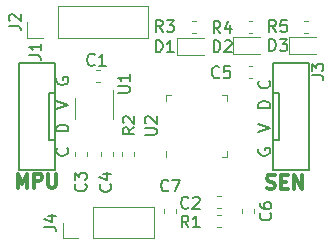
<source format=gto>
G04 #@! TF.GenerationSoftware,KiCad,Pcbnew,(5.1.2)-1*
G04 #@! TF.CreationDate,2020-10-03T12:09:34+09:00*
G04 #@! TF.ProjectId,es,65732e6b-6963-4616-945f-706362585858,v1.4*
G04 #@! TF.SameCoordinates,Original*
G04 #@! TF.FileFunction,Legend,Top*
G04 #@! TF.FilePolarity,Positive*
%FSLAX46Y46*%
G04 Gerber Fmt 4.6, Leading zero omitted, Abs format (unit mm)*
G04 Created by KiCad (PCBNEW (5.1.2)-1) date 2020-10-03 12:09:34*
%MOMM*%
%LPD*%
G04 APERTURE LIST*
%ADD10C,0.300000*%
%ADD11C,0.120000*%
%ADD12C,0.150000*%
%ADD13C,0.100000*%
%ADD14C,0.352000*%
%ADD15C,3.552000*%
%ADD16C,3.302000*%
%ADD17O,1.802000X1.802000*%
%ADD18R,1.802000X1.802000*%
%ADD19R,0.752000X1.162000*%
%ADD20O,1.902000X1.626000*%
%ADD21C,0.977000*%
G04 APERTURE END LIST*
D10*
X150371428Y-94542857D02*
X150371428Y-93342857D01*
X150771428Y-94200000D01*
X151171428Y-93342857D01*
X151171428Y-94542857D01*
X151742857Y-94542857D02*
X151742857Y-93342857D01*
X152200000Y-93342857D01*
X152314285Y-93400000D01*
X152371428Y-93457142D01*
X152428571Y-93571428D01*
X152428571Y-93742857D01*
X152371428Y-93857142D01*
X152314285Y-93914285D01*
X152200000Y-93971428D01*
X151742857Y-93971428D01*
X152942857Y-93342857D02*
X152942857Y-94314285D01*
X153000000Y-94428571D01*
X153057142Y-94485714D01*
X153171428Y-94542857D01*
X153400000Y-94542857D01*
X153514285Y-94485714D01*
X153571428Y-94428571D01*
X153628571Y-94314285D01*
X153628571Y-93342857D01*
X171485714Y-94585714D02*
X171657142Y-94642857D01*
X171942857Y-94642857D01*
X172057142Y-94585714D01*
X172114285Y-94528571D01*
X172171428Y-94414285D01*
X172171428Y-94300000D01*
X172114285Y-94185714D01*
X172057142Y-94128571D01*
X171942857Y-94071428D01*
X171714285Y-94014285D01*
X171600000Y-93957142D01*
X171542857Y-93900000D01*
X171485714Y-93785714D01*
X171485714Y-93671428D01*
X171542857Y-93557142D01*
X171600000Y-93500000D01*
X171714285Y-93442857D01*
X172000000Y-93442857D01*
X172171428Y-93500000D01*
X172685714Y-94014285D02*
X173085714Y-94014285D01*
X173257142Y-94642857D02*
X172685714Y-94642857D01*
X172685714Y-93442857D01*
X173257142Y-93442857D01*
X173771428Y-94642857D02*
X173771428Y-93442857D01*
X174457142Y-94642857D01*
X174457142Y-93442857D01*
D11*
X162890000Y-91435000D02*
X162890000Y-91910000D01*
X168110000Y-86690000D02*
X167635000Y-86690000D01*
X168110000Y-87165000D02*
X168110000Y-86690000D01*
X168110000Y-91910000D02*
X167635000Y-91910000D01*
X168110000Y-91435000D02*
X168110000Y-91910000D01*
X162890000Y-86690000D02*
X163365000Y-86690000D01*
X162890000Y-87165000D02*
X162890000Y-86690000D01*
X151170000Y-81830000D02*
X151170000Y-80500000D01*
X152500000Y-81830000D02*
X151170000Y-81830000D01*
X153770000Y-81830000D02*
X153770000Y-79170000D01*
X153770000Y-79170000D02*
X161450000Y-79170000D01*
X153770000Y-81830000D02*
X161450000Y-81830000D01*
X161450000Y-81830000D02*
X161450000Y-79170000D01*
X158460000Y-88750000D02*
X158460000Y-86300000D01*
X155240000Y-86950000D02*
X155240000Y-88750000D01*
D12*
X172000000Y-93000000D02*
X172000000Y-88500000D01*
X175000000Y-93000000D02*
X172000000Y-93000000D01*
X175000000Y-84000000D02*
X175000000Y-93000000D01*
X172000000Y-84000000D02*
X175000000Y-84000000D01*
X172000000Y-88500000D02*
X172000000Y-84000000D01*
X172500000Y-86500000D02*
X172000000Y-86500000D01*
X172500000Y-90500000D02*
X172500000Y-86500000D01*
X172000000Y-90500000D02*
X172500000Y-90500000D01*
X153500000Y-84000000D02*
X153500000Y-88500000D01*
X150500000Y-84000000D02*
X153500000Y-84000000D01*
X150500000Y-93000000D02*
X150500000Y-84000000D01*
X153500000Y-93000000D02*
X150500000Y-93000000D01*
X153500000Y-88500000D02*
X153500000Y-93000000D01*
X153000000Y-90500000D02*
X153500000Y-90500000D01*
X153000000Y-86500000D02*
X153000000Y-90500000D01*
X153500000Y-86500000D02*
X153000000Y-86500000D01*
D11*
X157440000Y-91507221D02*
X157440000Y-91832779D01*
X158460000Y-91507221D02*
X158460000Y-91832779D01*
X155240000Y-91487221D02*
X155240000Y-91812779D01*
X156260000Y-91487221D02*
X156260000Y-91812779D01*
X157312779Y-84540000D02*
X156987221Y-84540000D01*
X157312779Y-85560000D02*
X156987221Y-85560000D01*
X167550779Y-95240000D02*
X167225221Y-95240000D01*
X167550779Y-96260000D02*
X167225221Y-96260000D01*
X169925221Y-84190000D02*
X170250779Y-84190000D01*
X169925221Y-85210000D02*
X170250779Y-85210000D01*
X169390000Y-96324721D02*
X169390000Y-96650279D01*
X170410000Y-96324721D02*
X170410000Y-96650279D01*
X163810000Y-96324721D02*
X163810000Y-96650279D01*
X162790000Y-96324721D02*
X162790000Y-96650279D01*
X166112000Y-81865000D02*
X163827000Y-81865000D01*
X163827000Y-81865000D02*
X163827000Y-83335000D01*
X163827000Y-83335000D02*
X166112000Y-83335000D01*
X161910000Y-98830000D02*
X161910000Y-96170000D01*
X156770000Y-98830000D02*
X161910000Y-98830000D01*
X156770000Y-96170000D02*
X161910000Y-96170000D01*
X156770000Y-98830000D02*
X156770000Y-96170000D01*
X155500000Y-98830000D02*
X154170000Y-98830000D01*
X154170000Y-98830000D02*
X154170000Y-97500000D01*
X167249221Y-96840000D02*
X167574779Y-96840000D01*
X167249221Y-97860000D02*
X167574779Y-97860000D01*
X159190000Y-91507221D02*
X159190000Y-91832779D01*
X160210000Y-91507221D02*
X160210000Y-91832779D01*
X165149221Y-80390000D02*
X165474779Y-80390000D01*
X165149221Y-81410000D02*
X165474779Y-81410000D01*
X170888000Y-81765000D02*
X168603000Y-81765000D01*
X168603000Y-81765000D02*
X168603000Y-83235000D01*
X168603000Y-83235000D02*
X170888000Y-83235000D01*
X173327000Y-83235000D02*
X175612000Y-83235000D01*
X173327000Y-81765000D02*
X173327000Y-83235000D01*
X175612000Y-81765000D02*
X173327000Y-81765000D01*
X169925221Y-81410000D02*
X170250779Y-81410000D01*
X169925221Y-80390000D02*
X170250779Y-80390000D01*
X174625221Y-80390000D02*
X174950779Y-80390000D01*
X174625221Y-81410000D02*
X174950779Y-81410000D01*
D12*
X161132380Y-90061904D02*
X161941904Y-90061904D01*
X162037142Y-90014285D01*
X162084761Y-89966666D01*
X162132380Y-89871428D01*
X162132380Y-89680952D01*
X162084761Y-89585714D01*
X162037142Y-89538095D01*
X161941904Y-89490476D01*
X161132380Y-89490476D01*
X161227619Y-89061904D02*
X161180000Y-89014285D01*
X161132380Y-88919047D01*
X161132380Y-88680952D01*
X161180000Y-88585714D01*
X161227619Y-88538095D01*
X161322857Y-88490476D01*
X161418095Y-88490476D01*
X161560952Y-88538095D01*
X162132380Y-89109523D01*
X162132380Y-88490476D01*
X149622380Y-80833333D02*
X150336666Y-80833333D01*
X150479523Y-80880952D01*
X150574761Y-80976190D01*
X150622380Y-81119047D01*
X150622380Y-81214285D01*
X149717619Y-80404761D02*
X149670000Y-80357142D01*
X149622380Y-80261904D01*
X149622380Y-80023809D01*
X149670000Y-79928571D01*
X149717619Y-79880952D01*
X149812857Y-79833333D01*
X149908095Y-79833333D01*
X150050952Y-79880952D01*
X150622380Y-80452380D01*
X150622380Y-79833333D01*
X158852380Y-86511904D02*
X159661904Y-86511904D01*
X159757142Y-86464285D01*
X159804761Y-86416666D01*
X159852380Y-86321428D01*
X159852380Y-86130952D01*
X159804761Y-86035714D01*
X159757142Y-85988095D01*
X159661904Y-85940476D01*
X158852380Y-85940476D01*
X159852380Y-84940476D02*
X159852380Y-85511904D01*
X159852380Y-85226190D02*
X158852380Y-85226190D01*
X158995238Y-85321428D01*
X159090476Y-85416666D01*
X159138095Y-85511904D01*
X175252380Y-85033333D02*
X175966666Y-85033333D01*
X176109523Y-85080952D01*
X176204761Y-85176190D01*
X176252380Y-85319047D01*
X176252380Y-85414285D01*
X175252380Y-84652380D02*
X175252380Y-84033333D01*
X175633333Y-84366666D01*
X175633333Y-84223809D01*
X175680952Y-84128571D01*
X175728571Y-84080952D01*
X175823809Y-84033333D01*
X176061904Y-84033333D01*
X176157142Y-84080952D01*
X176204761Y-84128571D01*
X176252380Y-84223809D01*
X176252380Y-84509523D01*
X176204761Y-84604761D01*
X176157142Y-84652380D01*
X170800000Y-91238095D02*
X170752380Y-91333333D01*
X170752380Y-91476190D01*
X170800000Y-91619047D01*
X170895238Y-91714285D01*
X170990476Y-91761904D01*
X171180952Y-91809523D01*
X171323809Y-91809523D01*
X171514285Y-91761904D01*
X171609523Y-91714285D01*
X171704761Y-91619047D01*
X171752380Y-91476190D01*
X171752380Y-91380952D01*
X171704761Y-91238095D01*
X171657142Y-91190476D01*
X171323809Y-91190476D01*
X171323809Y-91380952D01*
X170752380Y-89833333D02*
X171752380Y-89500000D01*
X170752380Y-89166666D01*
X171752380Y-87761904D02*
X170752380Y-87761904D01*
X170752380Y-87523809D01*
X170800000Y-87380952D01*
X170895238Y-87285714D01*
X170990476Y-87238095D01*
X171180952Y-87190476D01*
X171323809Y-87190476D01*
X171514285Y-87238095D01*
X171609523Y-87285714D01*
X171704761Y-87380952D01*
X171752380Y-87523809D01*
X171752380Y-87761904D01*
X171657142Y-85490476D02*
X171704761Y-85538095D01*
X171752380Y-85680952D01*
X171752380Y-85776190D01*
X171704761Y-85919047D01*
X171609523Y-86014285D01*
X171514285Y-86061904D01*
X171323809Y-86109523D01*
X171180952Y-86109523D01*
X170990476Y-86061904D01*
X170895238Y-86014285D01*
X170800000Y-85919047D01*
X170752380Y-85776190D01*
X170752380Y-85680952D01*
X170800000Y-85538095D01*
X170847619Y-85490476D01*
X151352380Y-83333333D02*
X152066666Y-83333333D01*
X152209523Y-83380952D01*
X152304761Y-83476190D01*
X152352380Y-83619047D01*
X152352380Y-83714285D01*
X152352380Y-82333333D02*
X152352380Y-82904761D01*
X152352380Y-82619047D02*
X151352380Y-82619047D01*
X151495238Y-82714285D01*
X151590476Y-82809523D01*
X151638095Y-82904761D01*
X153700000Y-85238095D02*
X153652380Y-85333333D01*
X153652380Y-85476190D01*
X153700000Y-85619047D01*
X153795238Y-85714285D01*
X153890476Y-85761904D01*
X154080952Y-85809523D01*
X154223809Y-85809523D01*
X154414285Y-85761904D01*
X154509523Y-85714285D01*
X154604761Y-85619047D01*
X154652380Y-85476190D01*
X154652380Y-85380952D01*
X154604761Y-85238095D01*
X154557142Y-85190476D01*
X154223809Y-85190476D01*
X154223809Y-85380952D01*
X153652380Y-87833333D02*
X154652380Y-87500000D01*
X153652380Y-87166666D01*
X154652380Y-89761904D02*
X153652380Y-89761904D01*
X153652380Y-89523809D01*
X153700000Y-89380952D01*
X153795238Y-89285714D01*
X153890476Y-89238095D01*
X154080952Y-89190476D01*
X154223809Y-89190476D01*
X154414285Y-89238095D01*
X154509523Y-89285714D01*
X154604761Y-89380952D01*
X154652380Y-89523809D01*
X154652380Y-89761904D01*
X154557142Y-91190476D02*
X154604761Y-91238095D01*
X154652380Y-91380952D01*
X154652380Y-91476190D01*
X154604761Y-91619047D01*
X154509523Y-91714285D01*
X154414285Y-91761904D01*
X154223809Y-91809523D01*
X154080952Y-91809523D01*
X153890476Y-91761904D01*
X153795238Y-91714285D01*
X153700000Y-91619047D01*
X153652380Y-91476190D01*
X153652380Y-91380952D01*
X153700000Y-91238095D01*
X153747619Y-91190476D01*
X158207142Y-94236666D02*
X158254761Y-94284285D01*
X158302380Y-94427142D01*
X158302380Y-94522380D01*
X158254761Y-94665238D01*
X158159523Y-94760476D01*
X158064285Y-94808095D01*
X157873809Y-94855714D01*
X157730952Y-94855714D01*
X157540476Y-94808095D01*
X157445238Y-94760476D01*
X157350000Y-94665238D01*
X157302380Y-94522380D01*
X157302380Y-94427142D01*
X157350000Y-94284285D01*
X157397619Y-94236666D01*
X157635714Y-93379523D02*
X158302380Y-93379523D01*
X157254761Y-93617619D02*
X157969047Y-93855714D01*
X157969047Y-93236666D01*
X156107142Y-94216666D02*
X156154761Y-94264285D01*
X156202380Y-94407142D01*
X156202380Y-94502380D01*
X156154761Y-94645238D01*
X156059523Y-94740476D01*
X155964285Y-94788095D01*
X155773809Y-94835714D01*
X155630952Y-94835714D01*
X155440476Y-94788095D01*
X155345238Y-94740476D01*
X155250000Y-94645238D01*
X155202380Y-94502380D01*
X155202380Y-94407142D01*
X155250000Y-94264285D01*
X155297619Y-94216666D01*
X155202380Y-93883333D02*
X155202380Y-93264285D01*
X155583333Y-93597619D01*
X155583333Y-93454761D01*
X155630952Y-93359523D01*
X155678571Y-93311904D01*
X155773809Y-93264285D01*
X156011904Y-93264285D01*
X156107142Y-93311904D01*
X156154761Y-93359523D01*
X156202380Y-93454761D01*
X156202380Y-93740476D01*
X156154761Y-93835714D01*
X156107142Y-93883333D01*
X156883333Y-84107142D02*
X156835714Y-84154761D01*
X156692857Y-84202380D01*
X156597619Y-84202380D01*
X156454761Y-84154761D01*
X156359523Y-84059523D01*
X156311904Y-83964285D01*
X156264285Y-83773809D01*
X156264285Y-83630952D01*
X156311904Y-83440476D01*
X156359523Y-83345238D01*
X156454761Y-83250000D01*
X156597619Y-83202380D01*
X156692857Y-83202380D01*
X156835714Y-83250000D01*
X156883333Y-83297619D01*
X157835714Y-84202380D02*
X157264285Y-84202380D01*
X157550000Y-84202380D02*
X157550000Y-83202380D01*
X157454761Y-83345238D01*
X157359523Y-83440476D01*
X157264285Y-83488095D01*
X164833833Y-96207142D02*
X164786214Y-96254761D01*
X164643357Y-96302380D01*
X164548119Y-96302380D01*
X164405261Y-96254761D01*
X164310023Y-96159523D01*
X164262404Y-96064285D01*
X164214785Y-95873809D01*
X164214785Y-95730952D01*
X164262404Y-95540476D01*
X164310023Y-95445238D01*
X164405261Y-95350000D01*
X164548119Y-95302380D01*
X164643357Y-95302380D01*
X164786214Y-95350000D01*
X164833833Y-95397619D01*
X165214785Y-95397619D02*
X165262404Y-95350000D01*
X165357642Y-95302380D01*
X165595738Y-95302380D01*
X165690976Y-95350000D01*
X165738595Y-95397619D01*
X165786214Y-95492857D01*
X165786214Y-95588095D01*
X165738595Y-95730952D01*
X165167166Y-96302380D01*
X165786214Y-96302380D01*
X167433833Y-85157142D02*
X167386214Y-85204761D01*
X167243357Y-85252380D01*
X167148119Y-85252380D01*
X167005261Y-85204761D01*
X166910023Y-85109523D01*
X166862404Y-85014285D01*
X166814785Y-84823809D01*
X166814785Y-84680952D01*
X166862404Y-84490476D01*
X166910023Y-84395238D01*
X167005261Y-84300000D01*
X167148119Y-84252380D01*
X167243357Y-84252380D01*
X167386214Y-84300000D01*
X167433833Y-84347619D01*
X168338595Y-84252380D02*
X167862404Y-84252380D01*
X167814785Y-84728571D01*
X167862404Y-84680952D01*
X167957642Y-84633333D01*
X168195738Y-84633333D01*
X168290976Y-84680952D01*
X168338595Y-84728571D01*
X168386214Y-84823809D01*
X168386214Y-85061904D01*
X168338595Y-85157142D01*
X168290976Y-85204761D01*
X168195738Y-85252380D01*
X167957642Y-85252380D01*
X167862404Y-85204761D01*
X167814785Y-85157142D01*
X171757142Y-96691666D02*
X171804761Y-96739285D01*
X171852380Y-96882142D01*
X171852380Y-96977380D01*
X171804761Y-97120238D01*
X171709523Y-97215476D01*
X171614285Y-97263095D01*
X171423809Y-97310714D01*
X171280952Y-97310714D01*
X171090476Y-97263095D01*
X170995238Y-97215476D01*
X170900000Y-97120238D01*
X170852380Y-96977380D01*
X170852380Y-96882142D01*
X170900000Y-96739285D01*
X170947619Y-96691666D01*
X170852380Y-95834523D02*
X170852380Y-96025000D01*
X170900000Y-96120238D01*
X170947619Y-96167857D01*
X171090476Y-96263095D01*
X171280952Y-96310714D01*
X171661904Y-96310714D01*
X171757142Y-96263095D01*
X171804761Y-96215476D01*
X171852380Y-96120238D01*
X171852380Y-95929761D01*
X171804761Y-95834523D01*
X171757142Y-95786904D01*
X171661904Y-95739285D01*
X171423809Y-95739285D01*
X171328571Y-95786904D01*
X171280952Y-95834523D01*
X171233333Y-95929761D01*
X171233333Y-96120238D01*
X171280952Y-96215476D01*
X171328571Y-96263095D01*
X171423809Y-96310714D01*
X163133333Y-94757142D02*
X163085714Y-94804761D01*
X162942857Y-94852380D01*
X162847619Y-94852380D01*
X162704761Y-94804761D01*
X162609523Y-94709523D01*
X162561904Y-94614285D01*
X162514285Y-94423809D01*
X162514285Y-94280952D01*
X162561904Y-94090476D01*
X162609523Y-93995238D01*
X162704761Y-93900000D01*
X162847619Y-93852380D01*
X162942857Y-93852380D01*
X163085714Y-93900000D01*
X163133333Y-93947619D01*
X163466666Y-93852380D02*
X164133333Y-93852380D01*
X163704761Y-94852380D01*
X162073904Y-83052380D02*
X162073904Y-82052380D01*
X162312000Y-82052380D01*
X162454857Y-82100000D01*
X162550095Y-82195238D01*
X162597714Y-82290476D01*
X162645333Y-82480952D01*
X162645333Y-82623809D01*
X162597714Y-82814285D01*
X162550095Y-82909523D01*
X162454857Y-83004761D01*
X162312000Y-83052380D01*
X162073904Y-83052380D01*
X163597714Y-83052380D02*
X163026285Y-83052380D01*
X163312000Y-83052380D02*
X163312000Y-82052380D01*
X163216761Y-82195238D01*
X163121523Y-82290476D01*
X163026285Y-82338095D01*
X152622380Y-97833333D02*
X153336666Y-97833333D01*
X153479523Y-97880952D01*
X153574761Y-97976190D01*
X153622380Y-98119047D01*
X153622380Y-98214285D01*
X152955714Y-96928571D02*
X153622380Y-96928571D01*
X152574761Y-97166666D02*
X153289047Y-97404761D01*
X153289047Y-96785714D01*
X164832833Y-97902380D02*
X164499500Y-97426190D01*
X164261404Y-97902380D02*
X164261404Y-96902380D01*
X164642357Y-96902380D01*
X164737595Y-96950000D01*
X164785214Y-96997619D01*
X164832833Y-97092857D01*
X164832833Y-97235714D01*
X164785214Y-97330952D01*
X164737595Y-97378571D01*
X164642357Y-97426190D01*
X164261404Y-97426190D01*
X165785214Y-97902380D02*
X165213785Y-97902380D01*
X165499500Y-97902380D02*
X165499500Y-96902380D01*
X165404261Y-97045238D01*
X165309023Y-97140476D01*
X165213785Y-97188095D01*
X160252380Y-89436666D02*
X159776190Y-89770000D01*
X160252380Y-90008095D02*
X159252380Y-90008095D01*
X159252380Y-89627142D01*
X159300000Y-89531904D01*
X159347619Y-89484285D01*
X159442857Y-89436666D01*
X159585714Y-89436666D01*
X159680952Y-89484285D01*
X159728571Y-89531904D01*
X159776190Y-89627142D01*
X159776190Y-90008095D01*
X159347619Y-89055714D02*
X159300000Y-89008095D01*
X159252380Y-88912857D01*
X159252380Y-88674761D01*
X159300000Y-88579523D01*
X159347619Y-88531904D01*
X159442857Y-88484285D01*
X159538095Y-88484285D01*
X159680952Y-88531904D01*
X160252380Y-89103333D01*
X160252380Y-88484285D01*
X162645333Y-81352380D02*
X162312000Y-80876190D01*
X162073904Y-81352380D02*
X162073904Y-80352380D01*
X162454857Y-80352380D01*
X162550095Y-80400000D01*
X162597714Y-80447619D01*
X162645333Y-80542857D01*
X162645333Y-80685714D01*
X162597714Y-80780952D01*
X162550095Y-80828571D01*
X162454857Y-80876190D01*
X162073904Y-80876190D01*
X162978666Y-80352380D02*
X163597714Y-80352380D01*
X163264380Y-80733333D01*
X163407238Y-80733333D01*
X163502476Y-80780952D01*
X163550095Y-80828571D01*
X163597714Y-80923809D01*
X163597714Y-81161904D01*
X163550095Y-81257142D01*
X163502476Y-81304761D01*
X163407238Y-81352380D01*
X163121523Y-81352380D01*
X163026285Y-81304761D01*
X162978666Y-81257142D01*
X166962404Y-83052380D02*
X166962404Y-82052380D01*
X167200500Y-82052380D01*
X167343357Y-82100000D01*
X167438595Y-82195238D01*
X167486214Y-82290476D01*
X167533833Y-82480952D01*
X167533833Y-82623809D01*
X167486214Y-82814285D01*
X167438595Y-82909523D01*
X167343357Y-83004761D01*
X167200500Y-83052380D01*
X166962404Y-83052380D01*
X167914785Y-82147619D02*
X167962404Y-82100000D01*
X168057642Y-82052380D01*
X168295738Y-82052380D01*
X168390976Y-82100000D01*
X168438595Y-82147619D01*
X168486214Y-82242857D01*
X168486214Y-82338095D01*
X168438595Y-82480952D01*
X167867166Y-83052380D01*
X168486214Y-83052380D01*
X171661404Y-82952380D02*
X171661404Y-81952380D01*
X171899500Y-81952380D01*
X172042357Y-82000000D01*
X172137595Y-82095238D01*
X172185214Y-82190476D01*
X172232833Y-82380952D01*
X172232833Y-82523809D01*
X172185214Y-82714285D01*
X172137595Y-82809523D01*
X172042357Y-82904761D01*
X171899500Y-82952380D01*
X171661404Y-82952380D01*
X172566166Y-81952380D02*
X173185214Y-81952380D01*
X172851880Y-82333333D01*
X172994738Y-82333333D01*
X173089976Y-82380952D01*
X173137595Y-82428571D01*
X173185214Y-82523809D01*
X173185214Y-82761904D01*
X173137595Y-82857142D01*
X173089976Y-82904761D01*
X172994738Y-82952380D01*
X172709023Y-82952380D01*
X172613785Y-82904761D01*
X172566166Y-82857142D01*
X167533833Y-81452380D02*
X167200500Y-80976190D01*
X166962404Y-81452380D02*
X166962404Y-80452380D01*
X167343357Y-80452380D01*
X167438595Y-80500000D01*
X167486214Y-80547619D01*
X167533833Y-80642857D01*
X167533833Y-80785714D01*
X167486214Y-80880952D01*
X167438595Y-80928571D01*
X167343357Y-80976190D01*
X166962404Y-80976190D01*
X168390976Y-80785714D02*
X168390976Y-81452380D01*
X168152880Y-80404761D02*
X167914785Y-81119047D01*
X168533833Y-81119047D01*
X172233833Y-81352380D02*
X171900500Y-80876190D01*
X171662404Y-81352380D02*
X171662404Y-80352380D01*
X172043357Y-80352380D01*
X172138595Y-80400000D01*
X172186214Y-80447619D01*
X172233833Y-80542857D01*
X172233833Y-80685714D01*
X172186214Y-80780952D01*
X172138595Y-80828571D01*
X172043357Y-80876190D01*
X171662404Y-80876190D01*
X173138595Y-80352380D02*
X172662404Y-80352380D01*
X172614785Y-80828571D01*
X172662404Y-80780952D01*
X172757642Y-80733333D01*
X172995738Y-80733333D01*
X173090976Y-80780952D01*
X173138595Y-80828571D01*
X173186214Y-80923809D01*
X173186214Y-81161904D01*
X173138595Y-81257142D01*
X173090976Y-81304761D01*
X172995738Y-81352380D01*
X172757642Y-81352380D01*
X172662404Y-81304761D01*
X172614785Y-81257142D01*
%LPC*%
D13*
G36*
X163471626Y-90874424D02*
G01*
X163480168Y-90875691D01*
X163488545Y-90877789D01*
X163496676Y-90880699D01*
X163504483Y-90884391D01*
X163511890Y-90888831D01*
X163518827Y-90893975D01*
X163525225Y-90899775D01*
X163531025Y-90906173D01*
X163536169Y-90913110D01*
X163540609Y-90920517D01*
X163544301Y-90928324D01*
X163547211Y-90936455D01*
X163549309Y-90944832D01*
X163550576Y-90953374D01*
X163551000Y-90962000D01*
X163551000Y-91138000D01*
X163550576Y-91146626D01*
X163549309Y-91155168D01*
X163547211Y-91163545D01*
X163544301Y-91171676D01*
X163540609Y-91179483D01*
X163536169Y-91186890D01*
X163531025Y-91193827D01*
X163525225Y-91200225D01*
X163518827Y-91206025D01*
X163511890Y-91211169D01*
X163504483Y-91215609D01*
X163496676Y-91219301D01*
X163488545Y-91222211D01*
X163480168Y-91224309D01*
X163471626Y-91225576D01*
X163463000Y-91226000D01*
X162662000Y-91226000D01*
X162653374Y-91225576D01*
X162644832Y-91224309D01*
X162636455Y-91222211D01*
X162628324Y-91219301D01*
X162620517Y-91215609D01*
X162613110Y-91211169D01*
X162606173Y-91206025D01*
X162599775Y-91200225D01*
X162593975Y-91193827D01*
X162588831Y-91186890D01*
X162584391Y-91179483D01*
X162580699Y-91171676D01*
X162577789Y-91163545D01*
X162575691Y-91155168D01*
X162574424Y-91146626D01*
X162574000Y-91138000D01*
X162574000Y-90962000D01*
X162574424Y-90953374D01*
X162575691Y-90944832D01*
X162577789Y-90936455D01*
X162580699Y-90928324D01*
X162584391Y-90920517D01*
X162588831Y-90913110D01*
X162593975Y-90906173D01*
X162599775Y-90899775D01*
X162606173Y-90893975D01*
X162613110Y-90888831D01*
X162620517Y-90884391D01*
X162628324Y-90880699D01*
X162636455Y-90877789D01*
X162644832Y-90875691D01*
X162653374Y-90874424D01*
X162662000Y-90874000D01*
X163463000Y-90874000D01*
X163471626Y-90874424D01*
X163471626Y-90874424D01*
G37*
D14*
X163062500Y-91050000D03*
D13*
G36*
X163471626Y-90374424D02*
G01*
X163480168Y-90375691D01*
X163488545Y-90377789D01*
X163496676Y-90380699D01*
X163504483Y-90384391D01*
X163511890Y-90388831D01*
X163518827Y-90393975D01*
X163525225Y-90399775D01*
X163531025Y-90406173D01*
X163536169Y-90413110D01*
X163540609Y-90420517D01*
X163544301Y-90428324D01*
X163547211Y-90436455D01*
X163549309Y-90444832D01*
X163550576Y-90453374D01*
X163551000Y-90462000D01*
X163551000Y-90638000D01*
X163550576Y-90646626D01*
X163549309Y-90655168D01*
X163547211Y-90663545D01*
X163544301Y-90671676D01*
X163540609Y-90679483D01*
X163536169Y-90686890D01*
X163531025Y-90693827D01*
X163525225Y-90700225D01*
X163518827Y-90706025D01*
X163511890Y-90711169D01*
X163504483Y-90715609D01*
X163496676Y-90719301D01*
X163488545Y-90722211D01*
X163480168Y-90724309D01*
X163471626Y-90725576D01*
X163463000Y-90726000D01*
X162662000Y-90726000D01*
X162653374Y-90725576D01*
X162644832Y-90724309D01*
X162636455Y-90722211D01*
X162628324Y-90719301D01*
X162620517Y-90715609D01*
X162613110Y-90711169D01*
X162606173Y-90706025D01*
X162599775Y-90700225D01*
X162593975Y-90693827D01*
X162588831Y-90686890D01*
X162584391Y-90679483D01*
X162580699Y-90671676D01*
X162577789Y-90663545D01*
X162575691Y-90655168D01*
X162574424Y-90646626D01*
X162574000Y-90638000D01*
X162574000Y-90462000D01*
X162574424Y-90453374D01*
X162575691Y-90444832D01*
X162577789Y-90436455D01*
X162580699Y-90428324D01*
X162584391Y-90420517D01*
X162588831Y-90413110D01*
X162593975Y-90406173D01*
X162599775Y-90399775D01*
X162606173Y-90393975D01*
X162613110Y-90388831D01*
X162620517Y-90384391D01*
X162628324Y-90380699D01*
X162636455Y-90377789D01*
X162644832Y-90375691D01*
X162653374Y-90374424D01*
X162662000Y-90374000D01*
X163463000Y-90374000D01*
X163471626Y-90374424D01*
X163471626Y-90374424D01*
G37*
D14*
X163062500Y-90550000D03*
D13*
G36*
X163471626Y-89874424D02*
G01*
X163480168Y-89875691D01*
X163488545Y-89877789D01*
X163496676Y-89880699D01*
X163504483Y-89884391D01*
X163511890Y-89888831D01*
X163518827Y-89893975D01*
X163525225Y-89899775D01*
X163531025Y-89906173D01*
X163536169Y-89913110D01*
X163540609Y-89920517D01*
X163544301Y-89928324D01*
X163547211Y-89936455D01*
X163549309Y-89944832D01*
X163550576Y-89953374D01*
X163551000Y-89962000D01*
X163551000Y-90138000D01*
X163550576Y-90146626D01*
X163549309Y-90155168D01*
X163547211Y-90163545D01*
X163544301Y-90171676D01*
X163540609Y-90179483D01*
X163536169Y-90186890D01*
X163531025Y-90193827D01*
X163525225Y-90200225D01*
X163518827Y-90206025D01*
X163511890Y-90211169D01*
X163504483Y-90215609D01*
X163496676Y-90219301D01*
X163488545Y-90222211D01*
X163480168Y-90224309D01*
X163471626Y-90225576D01*
X163463000Y-90226000D01*
X162662000Y-90226000D01*
X162653374Y-90225576D01*
X162644832Y-90224309D01*
X162636455Y-90222211D01*
X162628324Y-90219301D01*
X162620517Y-90215609D01*
X162613110Y-90211169D01*
X162606173Y-90206025D01*
X162599775Y-90200225D01*
X162593975Y-90193827D01*
X162588831Y-90186890D01*
X162584391Y-90179483D01*
X162580699Y-90171676D01*
X162577789Y-90163545D01*
X162575691Y-90155168D01*
X162574424Y-90146626D01*
X162574000Y-90138000D01*
X162574000Y-89962000D01*
X162574424Y-89953374D01*
X162575691Y-89944832D01*
X162577789Y-89936455D01*
X162580699Y-89928324D01*
X162584391Y-89920517D01*
X162588831Y-89913110D01*
X162593975Y-89906173D01*
X162599775Y-89899775D01*
X162606173Y-89893975D01*
X162613110Y-89888831D01*
X162620517Y-89884391D01*
X162628324Y-89880699D01*
X162636455Y-89877789D01*
X162644832Y-89875691D01*
X162653374Y-89874424D01*
X162662000Y-89874000D01*
X163463000Y-89874000D01*
X163471626Y-89874424D01*
X163471626Y-89874424D01*
G37*
D14*
X163062500Y-90050000D03*
D13*
G36*
X163471626Y-89374424D02*
G01*
X163480168Y-89375691D01*
X163488545Y-89377789D01*
X163496676Y-89380699D01*
X163504483Y-89384391D01*
X163511890Y-89388831D01*
X163518827Y-89393975D01*
X163525225Y-89399775D01*
X163531025Y-89406173D01*
X163536169Y-89413110D01*
X163540609Y-89420517D01*
X163544301Y-89428324D01*
X163547211Y-89436455D01*
X163549309Y-89444832D01*
X163550576Y-89453374D01*
X163551000Y-89462000D01*
X163551000Y-89638000D01*
X163550576Y-89646626D01*
X163549309Y-89655168D01*
X163547211Y-89663545D01*
X163544301Y-89671676D01*
X163540609Y-89679483D01*
X163536169Y-89686890D01*
X163531025Y-89693827D01*
X163525225Y-89700225D01*
X163518827Y-89706025D01*
X163511890Y-89711169D01*
X163504483Y-89715609D01*
X163496676Y-89719301D01*
X163488545Y-89722211D01*
X163480168Y-89724309D01*
X163471626Y-89725576D01*
X163463000Y-89726000D01*
X162662000Y-89726000D01*
X162653374Y-89725576D01*
X162644832Y-89724309D01*
X162636455Y-89722211D01*
X162628324Y-89719301D01*
X162620517Y-89715609D01*
X162613110Y-89711169D01*
X162606173Y-89706025D01*
X162599775Y-89700225D01*
X162593975Y-89693827D01*
X162588831Y-89686890D01*
X162584391Y-89679483D01*
X162580699Y-89671676D01*
X162577789Y-89663545D01*
X162575691Y-89655168D01*
X162574424Y-89646626D01*
X162574000Y-89638000D01*
X162574000Y-89462000D01*
X162574424Y-89453374D01*
X162575691Y-89444832D01*
X162577789Y-89436455D01*
X162580699Y-89428324D01*
X162584391Y-89420517D01*
X162588831Y-89413110D01*
X162593975Y-89406173D01*
X162599775Y-89399775D01*
X162606173Y-89393975D01*
X162613110Y-89388831D01*
X162620517Y-89384391D01*
X162628324Y-89380699D01*
X162636455Y-89377789D01*
X162644832Y-89375691D01*
X162653374Y-89374424D01*
X162662000Y-89374000D01*
X163463000Y-89374000D01*
X163471626Y-89374424D01*
X163471626Y-89374424D01*
G37*
D14*
X163062500Y-89550000D03*
D13*
G36*
X163471626Y-88874424D02*
G01*
X163480168Y-88875691D01*
X163488545Y-88877789D01*
X163496676Y-88880699D01*
X163504483Y-88884391D01*
X163511890Y-88888831D01*
X163518827Y-88893975D01*
X163525225Y-88899775D01*
X163531025Y-88906173D01*
X163536169Y-88913110D01*
X163540609Y-88920517D01*
X163544301Y-88928324D01*
X163547211Y-88936455D01*
X163549309Y-88944832D01*
X163550576Y-88953374D01*
X163551000Y-88962000D01*
X163551000Y-89138000D01*
X163550576Y-89146626D01*
X163549309Y-89155168D01*
X163547211Y-89163545D01*
X163544301Y-89171676D01*
X163540609Y-89179483D01*
X163536169Y-89186890D01*
X163531025Y-89193827D01*
X163525225Y-89200225D01*
X163518827Y-89206025D01*
X163511890Y-89211169D01*
X163504483Y-89215609D01*
X163496676Y-89219301D01*
X163488545Y-89222211D01*
X163480168Y-89224309D01*
X163471626Y-89225576D01*
X163463000Y-89226000D01*
X162662000Y-89226000D01*
X162653374Y-89225576D01*
X162644832Y-89224309D01*
X162636455Y-89222211D01*
X162628324Y-89219301D01*
X162620517Y-89215609D01*
X162613110Y-89211169D01*
X162606173Y-89206025D01*
X162599775Y-89200225D01*
X162593975Y-89193827D01*
X162588831Y-89186890D01*
X162584391Y-89179483D01*
X162580699Y-89171676D01*
X162577789Y-89163545D01*
X162575691Y-89155168D01*
X162574424Y-89146626D01*
X162574000Y-89138000D01*
X162574000Y-88962000D01*
X162574424Y-88953374D01*
X162575691Y-88944832D01*
X162577789Y-88936455D01*
X162580699Y-88928324D01*
X162584391Y-88920517D01*
X162588831Y-88913110D01*
X162593975Y-88906173D01*
X162599775Y-88899775D01*
X162606173Y-88893975D01*
X162613110Y-88888831D01*
X162620517Y-88884391D01*
X162628324Y-88880699D01*
X162636455Y-88877789D01*
X162644832Y-88875691D01*
X162653374Y-88874424D01*
X162662000Y-88874000D01*
X163463000Y-88874000D01*
X163471626Y-88874424D01*
X163471626Y-88874424D01*
G37*
D14*
X163062500Y-89050000D03*
D13*
G36*
X163471626Y-88374424D02*
G01*
X163480168Y-88375691D01*
X163488545Y-88377789D01*
X163496676Y-88380699D01*
X163504483Y-88384391D01*
X163511890Y-88388831D01*
X163518827Y-88393975D01*
X163525225Y-88399775D01*
X163531025Y-88406173D01*
X163536169Y-88413110D01*
X163540609Y-88420517D01*
X163544301Y-88428324D01*
X163547211Y-88436455D01*
X163549309Y-88444832D01*
X163550576Y-88453374D01*
X163551000Y-88462000D01*
X163551000Y-88638000D01*
X163550576Y-88646626D01*
X163549309Y-88655168D01*
X163547211Y-88663545D01*
X163544301Y-88671676D01*
X163540609Y-88679483D01*
X163536169Y-88686890D01*
X163531025Y-88693827D01*
X163525225Y-88700225D01*
X163518827Y-88706025D01*
X163511890Y-88711169D01*
X163504483Y-88715609D01*
X163496676Y-88719301D01*
X163488545Y-88722211D01*
X163480168Y-88724309D01*
X163471626Y-88725576D01*
X163463000Y-88726000D01*
X162662000Y-88726000D01*
X162653374Y-88725576D01*
X162644832Y-88724309D01*
X162636455Y-88722211D01*
X162628324Y-88719301D01*
X162620517Y-88715609D01*
X162613110Y-88711169D01*
X162606173Y-88706025D01*
X162599775Y-88700225D01*
X162593975Y-88693827D01*
X162588831Y-88686890D01*
X162584391Y-88679483D01*
X162580699Y-88671676D01*
X162577789Y-88663545D01*
X162575691Y-88655168D01*
X162574424Y-88646626D01*
X162574000Y-88638000D01*
X162574000Y-88462000D01*
X162574424Y-88453374D01*
X162575691Y-88444832D01*
X162577789Y-88436455D01*
X162580699Y-88428324D01*
X162584391Y-88420517D01*
X162588831Y-88413110D01*
X162593975Y-88406173D01*
X162599775Y-88399775D01*
X162606173Y-88393975D01*
X162613110Y-88388831D01*
X162620517Y-88384391D01*
X162628324Y-88380699D01*
X162636455Y-88377789D01*
X162644832Y-88375691D01*
X162653374Y-88374424D01*
X162662000Y-88374000D01*
X163463000Y-88374000D01*
X163471626Y-88374424D01*
X163471626Y-88374424D01*
G37*
D14*
X163062500Y-88550000D03*
D13*
G36*
X163471626Y-87874424D02*
G01*
X163480168Y-87875691D01*
X163488545Y-87877789D01*
X163496676Y-87880699D01*
X163504483Y-87884391D01*
X163511890Y-87888831D01*
X163518827Y-87893975D01*
X163525225Y-87899775D01*
X163531025Y-87906173D01*
X163536169Y-87913110D01*
X163540609Y-87920517D01*
X163544301Y-87928324D01*
X163547211Y-87936455D01*
X163549309Y-87944832D01*
X163550576Y-87953374D01*
X163551000Y-87962000D01*
X163551000Y-88138000D01*
X163550576Y-88146626D01*
X163549309Y-88155168D01*
X163547211Y-88163545D01*
X163544301Y-88171676D01*
X163540609Y-88179483D01*
X163536169Y-88186890D01*
X163531025Y-88193827D01*
X163525225Y-88200225D01*
X163518827Y-88206025D01*
X163511890Y-88211169D01*
X163504483Y-88215609D01*
X163496676Y-88219301D01*
X163488545Y-88222211D01*
X163480168Y-88224309D01*
X163471626Y-88225576D01*
X163463000Y-88226000D01*
X162662000Y-88226000D01*
X162653374Y-88225576D01*
X162644832Y-88224309D01*
X162636455Y-88222211D01*
X162628324Y-88219301D01*
X162620517Y-88215609D01*
X162613110Y-88211169D01*
X162606173Y-88206025D01*
X162599775Y-88200225D01*
X162593975Y-88193827D01*
X162588831Y-88186890D01*
X162584391Y-88179483D01*
X162580699Y-88171676D01*
X162577789Y-88163545D01*
X162575691Y-88155168D01*
X162574424Y-88146626D01*
X162574000Y-88138000D01*
X162574000Y-87962000D01*
X162574424Y-87953374D01*
X162575691Y-87944832D01*
X162577789Y-87936455D01*
X162580699Y-87928324D01*
X162584391Y-87920517D01*
X162588831Y-87913110D01*
X162593975Y-87906173D01*
X162599775Y-87899775D01*
X162606173Y-87893975D01*
X162613110Y-87888831D01*
X162620517Y-87884391D01*
X162628324Y-87880699D01*
X162636455Y-87877789D01*
X162644832Y-87875691D01*
X162653374Y-87874424D01*
X162662000Y-87874000D01*
X163463000Y-87874000D01*
X163471626Y-87874424D01*
X163471626Y-87874424D01*
G37*
D14*
X163062500Y-88050000D03*
D13*
G36*
X163471626Y-87374424D02*
G01*
X163480168Y-87375691D01*
X163488545Y-87377789D01*
X163496676Y-87380699D01*
X163504483Y-87384391D01*
X163511890Y-87388831D01*
X163518827Y-87393975D01*
X163525225Y-87399775D01*
X163531025Y-87406173D01*
X163536169Y-87413110D01*
X163540609Y-87420517D01*
X163544301Y-87428324D01*
X163547211Y-87436455D01*
X163549309Y-87444832D01*
X163550576Y-87453374D01*
X163551000Y-87462000D01*
X163551000Y-87638000D01*
X163550576Y-87646626D01*
X163549309Y-87655168D01*
X163547211Y-87663545D01*
X163544301Y-87671676D01*
X163540609Y-87679483D01*
X163536169Y-87686890D01*
X163531025Y-87693827D01*
X163525225Y-87700225D01*
X163518827Y-87706025D01*
X163511890Y-87711169D01*
X163504483Y-87715609D01*
X163496676Y-87719301D01*
X163488545Y-87722211D01*
X163480168Y-87724309D01*
X163471626Y-87725576D01*
X163463000Y-87726000D01*
X162662000Y-87726000D01*
X162653374Y-87725576D01*
X162644832Y-87724309D01*
X162636455Y-87722211D01*
X162628324Y-87719301D01*
X162620517Y-87715609D01*
X162613110Y-87711169D01*
X162606173Y-87706025D01*
X162599775Y-87700225D01*
X162593975Y-87693827D01*
X162588831Y-87686890D01*
X162584391Y-87679483D01*
X162580699Y-87671676D01*
X162577789Y-87663545D01*
X162575691Y-87655168D01*
X162574424Y-87646626D01*
X162574000Y-87638000D01*
X162574000Y-87462000D01*
X162574424Y-87453374D01*
X162575691Y-87444832D01*
X162577789Y-87436455D01*
X162580699Y-87428324D01*
X162584391Y-87420517D01*
X162588831Y-87413110D01*
X162593975Y-87406173D01*
X162599775Y-87399775D01*
X162606173Y-87393975D01*
X162613110Y-87388831D01*
X162620517Y-87384391D01*
X162628324Y-87380699D01*
X162636455Y-87377789D01*
X162644832Y-87375691D01*
X162653374Y-87374424D01*
X162662000Y-87374000D01*
X163463000Y-87374000D01*
X163471626Y-87374424D01*
X163471626Y-87374424D01*
G37*
D14*
X163062500Y-87550000D03*
D13*
G36*
X163846626Y-86374424D02*
G01*
X163855168Y-86375691D01*
X163863545Y-86377789D01*
X163871676Y-86380699D01*
X163879483Y-86384391D01*
X163886890Y-86388831D01*
X163893827Y-86393975D01*
X163900225Y-86399775D01*
X163906025Y-86406173D01*
X163911169Y-86413110D01*
X163915609Y-86420517D01*
X163919301Y-86428324D01*
X163922211Y-86436455D01*
X163924309Y-86444832D01*
X163925576Y-86453374D01*
X163926000Y-86462000D01*
X163926000Y-87263000D01*
X163925576Y-87271626D01*
X163924309Y-87280168D01*
X163922211Y-87288545D01*
X163919301Y-87296676D01*
X163915609Y-87304483D01*
X163911169Y-87311890D01*
X163906025Y-87318827D01*
X163900225Y-87325225D01*
X163893827Y-87331025D01*
X163886890Y-87336169D01*
X163879483Y-87340609D01*
X163871676Y-87344301D01*
X163863545Y-87347211D01*
X163855168Y-87349309D01*
X163846626Y-87350576D01*
X163838000Y-87351000D01*
X163662000Y-87351000D01*
X163653374Y-87350576D01*
X163644832Y-87349309D01*
X163636455Y-87347211D01*
X163628324Y-87344301D01*
X163620517Y-87340609D01*
X163613110Y-87336169D01*
X163606173Y-87331025D01*
X163599775Y-87325225D01*
X163593975Y-87318827D01*
X163588831Y-87311890D01*
X163584391Y-87304483D01*
X163580699Y-87296676D01*
X163577789Y-87288545D01*
X163575691Y-87280168D01*
X163574424Y-87271626D01*
X163574000Y-87263000D01*
X163574000Y-86462000D01*
X163574424Y-86453374D01*
X163575691Y-86444832D01*
X163577789Y-86436455D01*
X163580699Y-86428324D01*
X163584391Y-86420517D01*
X163588831Y-86413110D01*
X163593975Y-86406173D01*
X163599775Y-86399775D01*
X163606173Y-86393975D01*
X163613110Y-86388831D01*
X163620517Y-86384391D01*
X163628324Y-86380699D01*
X163636455Y-86377789D01*
X163644832Y-86375691D01*
X163653374Y-86374424D01*
X163662000Y-86374000D01*
X163838000Y-86374000D01*
X163846626Y-86374424D01*
X163846626Y-86374424D01*
G37*
D14*
X163750000Y-86862500D03*
D13*
G36*
X164346626Y-86374424D02*
G01*
X164355168Y-86375691D01*
X164363545Y-86377789D01*
X164371676Y-86380699D01*
X164379483Y-86384391D01*
X164386890Y-86388831D01*
X164393827Y-86393975D01*
X164400225Y-86399775D01*
X164406025Y-86406173D01*
X164411169Y-86413110D01*
X164415609Y-86420517D01*
X164419301Y-86428324D01*
X164422211Y-86436455D01*
X164424309Y-86444832D01*
X164425576Y-86453374D01*
X164426000Y-86462000D01*
X164426000Y-87263000D01*
X164425576Y-87271626D01*
X164424309Y-87280168D01*
X164422211Y-87288545D01*
X164419301Y-87296676D01*
X164415609Y-87304483D01*
X164411169Y-87311890D01*
X164406025Y-87318827D01*
X164400225Y-87325225D01*
X164393827Y-87331025D01*
X164386890Y-87336169D01*
X164379483Y-87340609D01*
X164371676Y-87344301D01*
X164363545Y-87347211D01*
X164355168Y-87349309D01*
X164346626Y-87350576D01*
X164338000Y-87351000D01*
X164162000Y-87351000D01*
X164153374Y-87350576D01*
X164144832Y-87349309D01*
X164136455Y-87347211D01*
X164128324Y-87344301D01*
X164120517Y-87340609D01*
X164113110Y-87336169D01*
X164106173Y-87331025D01*
X164099775Y-87325225D01*
X164093975Y-87318827D01*
X164088831Y-87311890D01*
X164084391Y-87304483D01*
X164080699Y-87296676D01*
X164077789Y-87288545D01*
X164075691Y-87280168D01*
X164074424Y-87271626D01*
X164074000Y-87263000D01*
X164074000Y-86462000D01*
X164074424Y-86453374D01*
X164075691Y-86444832D01*
X164077789Y-86436455D01*
X164080699Y-86428324D01*
X164084391Y-86420517D01*
X164088831Y-86413110D01*
X164093975Y-86406173D01*
X164099775Y-86399775D01*
X164106173Y-86393975D01*
X164113110Y-86388831D01*
X164120517Y-86384391D01*
X164128324Y-86380699D01*
X164136455Y-86377789D01*
X164144832Y-86375691D01*
X164153374Y-86374424D01*
X164162000Y-86374000D01*
X164338000Y-86374000D01*
X164346626Y-86374424D01*
X164346626Y-86374424D01*
G37*
D14*
X164250000Y-86862500D03*
D13*
G36*
X164846626Y-86374424D02*
G01*
X164855168Y-86375691D01*
X164863545Y-86377789D01*
X164871676Y-86380699D01*
X164879483Y-86384391D01*
X164886890Y-86388831D01*
X164893827Y-86393975D01*
X164900225Y-86399775D01*
X164906025Y-86406173D01*
X164911169Y-86413110D01*
X164915609Y-86420517D01*
X164919301Y-86428324D01*
X164922211Y-86436455D01*
X164924309Y-86444832D01*
X164925576Y-86453374D01*
X164926000Y-86462000D01*
X164926000Y-87263000D01*
X164925576Y-87271626D01*
X164924309Y-87280168D01*
X164922211Y-87288545D01*
X164919301Y-87296676D01*
X164915609Y-87304483D01*
X164911169Y-87311890D01*
X164906025Y-87318827D01*
X164900225Y-87325225D01*
X164893827Y-87331025D01*
X164886890Y-87336169D01*
X164879483Y-87340609D01*
X164871676Y-87344301D01*
X164863545Y-87347211D01*
X164855168Y-87349309D01*
X164846626Y-87350576D01*
X164838000Y-87351000D01*
X164662000Y-87351000D01*
X164653374Y-87350576D01*
X164644832Y-87349309D01*
X164636455Y-87347211D01*
X164628324Y-87344301D01*
X164620517Y-87340609D01*
X164613110Y-87336169D01*
X164606173Y-87331025D01*
X164599775Y-87325225D01*
X164593975Y-87318827D01*
X164588831Y-87311890D01*
X164584391Y-87304483D01*
X164580699Y-87296676D01*
X164577789Y-87288545D01*
X164575691Y-87280168D01*
X164574424Y-87271626D01*
X164574000Y-87263000D01*
X164574000Y-86462000D01*
X164574424Y-86453374D01*
X164575691Y-86444832D01*
X164577789Y-86436455D01*
X164580699Y-86428324D01*
X164584391Y-86420517D01*
X164588831Y-86413110D01*
X164593975Y-86406173D01*
X164599775Y-86399775D01*
X164606173Y-86393975D01*
X164613110Y-86388831D01*
X164620517Y-86384391D01*
X164628324Y-86380699D01*
X164636455Y-86377789D01*
X164644832Y-86375691D01*
X164653374Y-86374424D01*
X164662000Y-86374000D01*
X164838000Y-86374000D01*
X164846626Y-86374424D01*
X164846626Y-86374424D01*
G37*
D14*
X164750000Y-86862500D03*
D13*
G36*
X165346626Y-86374424D02*
G01*
X165355168Y-86375691D01*
X165363545Y-86377789D01*
X165371676Y-86380699D01*
X165379483Y-86384391D01*
X165386890Y-86388831D01*
X165393827Y-86393975D01*
X165400225Y-86399775D01*
X165406025Y-86406173D01*
X165411169Y-86413110D01*
X165415609Y-86420517D01*
X165419301Y-86428324D01*
X165422211Y-86436455D01*
X165424309Y-86444832D01*
X165425576Y-86453374D01*
X165426000Y-86462000D01*
X165426000Y-87263000D01*
X165425576Y-87271626D01*
X165424309Y-87280168D01*
X165422211Y-87288545D01*
X165419301Y-87296676D01*
X165415609Y-87304483D01*
X165411169Y-87311890D01*
X165406025Y-87318827D01*
X165400225Y-87325225D01*
X165393827Y-87331025D01*
X165386890Y-87336169D01*
X165379483Y-87340609D01*
X165371676Y-87344301D01*
X165363545Y-87347211D01*
X165355168Y-87349309D01*
X165346626Y-87350576D01*
X165338000Y-87351000D01*
X165162000Y-87351000D01*
X165153374Y-87350576D01*
X165144832Y-87349309D01*
X165136455Y-87347211D01*
X165128324Y-87344301D01*
X165120517Y-87340609D01*
X165113110Y-87336169D01*
X165106173Y-87331025D01*
X165099775Y-87325225D01*
X165093975Y-87318827D01*
X165088831Y-87311890D01*
X165084391Y-87304483D01*
X165080699Y-87296676D01*
X165077789Y-87288545D01*
X165075691Y-87280168D01*
X165074424Y-87271626D01*
X165074000Y-87263000D01*
X165074000Y-86462000D01*
X165074424Y-86453374D01*
X165075691Y-86444832D01*
X165077789Y-86436455D01*
X165080699Y-86428324D01*
X165084391Y-86420517D01*
X165088831Y-86413110D01*
X165093975Y-86406173D01*
X165099775Y-86399775D01*
X165106173Y-86393975D01*
X165113110Y-86388831D01*
X165120517Y-86384391D01*
X165128324Y-86380699D01*
X165136455Y-86377789D01*
X165144832Y-86375691D01*
X165153374Y-86374424D01*
X165162000Y-86374000D01*
X165338000Y-86374000D01*
X165346626Y-86374424D01*
X165346626Y-86374424D01*
G37*
D14*
X165250000Y-86862500D03*
D13*
G36*
X165846626Y-86374424D02*
G01*
X165855168Y-86375691D01*
X165863545Y-86377789D01*
X165871676Y-86380699D01*
X165879483Y-86384391D01*
X165886890Y-86388831D01*
X165893827Y-86393975D01*
X165900225Y-86399775D01*
X165906025Y-86406173D01*
X165911169Y-86413110D01*
X165915609Y-86420517D01*
X165919301Y-86428324D01*
X165922211Y-86436455D01*
X165924309Y-86444832D01*
X165925576Y-86453374D01*
X165926000Y-86462000D01*
X165926000Y-87263000D01*
X165925576Y-87271626D01*
X165924309Y-87280168D01*
X165922211Y-87288545D01*
X165919301Y-87296676D01*
X165915609Y-87304483D01*
X165911169Y-87311890D01*
X165906025Y-87318827D01*
X165900225Y-87325225D01*
X165893827Y-87331025D01*
X165886890Y-87336169D01*
X165879483Y-87340609D01*
X165871676Y-87344301D01*
X165863545Y-87347211D01*
X165855168Y-87349309D01*
X165846626Y-87350576D01*
X165838000Y-87351000D01*
X165662000Y-87351000D01*
X165653374Y-87350576D01*
X165644832Y-87349309D01*
X165636455Y-87347211D01*
X165628324Y-87344301D01*
X165620517Y-87340609D01*
X165613110Y-87336169D01*
X165606173Y-87331025D01*
X165599775Y-87325225D01*
X165593975Y-87318827D01*
X165588831Y-87311890D01*
X165584391Y-87304483D01*
X165580699Y-87296676D01*
X165577789Y-87288545D01*
X165575691Y-87280168D01*
X165574424Y-87271626D01*
X165574000Y-87263000D01*
X165574000Y-86462000D01*
X165574424Y-86453374D01*
X165575691Y-86444832D01*
X165577789Y-86436455D01*
X165580699Y-86428324D01*
X165584391Y-86420517D01*
X165588831Y-86413110D01*
X165593975Y-86406173D01*
X165599775Y-86399775D01*
X165606173Y-86393975D01*
X165613110Y-86388831D01*
X165620517Y-86384391D01*
X165628324Y-86380699D01*
X165636455Y-86377789D01*
X165644832Y-86375691D01*
X165653374Y-86374424D01*
X165662000Y-86374000D01*
X165838000Y-86374000D01*
X165846626Y-86374424D01*
X165846626Y-86374424D01*
G37*
D14*
X165750000Y-86862500D03*
D13*
G36*
X166346626Y-86374424D02*
G01*
X166355168Y-86375691D01*
X166363545Y-86377789D01*
X166371676Y-86380699D01*
X166379483Y-86384391D01*
X166386890Y-86388831D01*
X166393827Y-86393975D01*
X166400225Y-86399775D01*
X166406025Y-86406173D01*
X166411169Y-86413110D01*
X166415609Y-86420517D01*
X166419301Y-86428324D01*
X166422211Y-86436455D01*
X166424309Y-86444832D01*
X166425576Y-86453374D01*
X166426000Y-86462000D01*
X166426000Y-87263000D01*
X166425576Y-87271626D01*
X166424309Y-87280168D01*
X166422211Y-87288545D01*
X166419301Y-87296676D01*
X166415609Y-87304483D01*
X166411169Y-87311890D01*
X166406025Y-87318827D01*
X166400225Y-87325225D01*
X166393827Y-87331025D01*
X166386890Y-87336169D01*
X166379483Y-87340609D01*
X166371676Y-87344301D01*
X166363545Y-87347211D01*
X166355168Y-87349309D01*
X166346626Y-87350576D01*
X166338000Y-87351000D01*
X166162000Y-87351000D01*
X166153374Y-87350576D01*
X166144832Y-87349309D01*
X166136455Y-87347211D01*
X166128324Y-87344301D01*
X166120517Y-87340609D01*
X166113110Y-87336169D01*
X166106173Y-87331025D01*
X166099775Y-87325225D01*
X166093975Y-87318827D01*
X166088831Y-87311890D01*
X166084391Y-87304483D01*
X166080699Y-87296676D01*
X166077789Y-87288545D01*
X166075691Y-87280168D01*
X166074424Y-87271626D01*
X166074000Y-87263000D01*
X166074000Y-86462000D01*
X166074424Y-86453374D01*
X166075691Y-86444832D01*
X166077789Y-86436455D01*
X166080699Y-86428324D01*
X166084391Y-86420517D01*
X166088831Y-86413110D01*
X166093975Y-86406173D01*
X166099775Y-86399775D01*
X166106173Y-86393975D01*
X166113110Y-86388831D01*
X166120517Y-86384391D01*
X166128324Y-86380699D01*
X166136455Y-86377789D01*
X166144832Y-86375691D01*
X166153374Y-86374424D01*
X166162000Y-86374000D01*
X166338000Y-86374000D01*
X166346626Y-86374424D01*
X166346626Y-86374424D01*
G37*
D14*
X166250000Y-86862500D03*
D13*
G36*
X166846626Y-86374424D02*
G01*
X166855168Y-86375691D01*
X166863545Y-86377789D01*
X166871676Y-86380699D01*
X166879483Y-86384391D01*
X166886890Y-86388831D01*
X166893827Y-86393975D01*
X166900225Y-86399775D01*
X166906025Y-86406173D01*
X166911169Y-86413110D01*
X166915609Y-86420517D01*
X166919301Y-86428324D01*
X166922211Y-86436455D01*
X166924309Y-86444832D01*
X166925576Y-86453374D01*
X166926000Y-86462000D01*
X166926000Y-87263000D01*
X166925576Y-87271626D01*
X166924309Y-87280168D01*
X166922211Y-87288545D01*
X166919301Y-87296676D01*
X166915609Y-87304483D01*
X166911169Y-87311890D01*
X166906025Y-87318827D01*
X166900225Y-87325225D01*
X166893827Y-87331025D01*
X166886890Y-87336169D01*
X166879483Y-87340609D01*
X166871676Y-87344301D01*
X166863545Y-87347211D01*
X166855168Y-87349309D01*
X166846626Y-87350576D01*
X166838000Y-87351000D01*
X166662000Y-87351000D01*
X166653374Y-87350576D01*
X166644832Y-87349309D01*
X166636455Y-87347211D01*
X166628324Y-87344301D01*
X166620517Y-87340609D01*
X166613110Y-87336169D01*
X166606173Y-87331025D01*
X166599775Y-87325225D01*
X166593975Y-87318827D01*
X166588831Y-87311890D01*
X166584391Y-87304483D01*
X166580699Y-87296676D01*
X166577789Y-87288545D01*
X166575691Y-87280168D01*
X166574424Y-87271626D01*
X166574000Y-87263000D01*
X166574000Y-86462000D01*
X166574424Y-86453374D01*
X166575691Y-86444832D01*
X166577789Y-86436455D01*
X166580699Y-86428324D01*
X166584391Y-86420517D01*
X166588831Y-86413110D01*
X166593975Y-86406173D01*
X166599775Y-86399775D01*
X166606173Y-86393975D01*
X166613110Y-86388831D01*
X166620517Y-86384391D01*
X166628324Y-86380699D01*
X166636455Y-86377789D01*
X166644832Y-86375691D01*
X166653374Y-86374424D01*
X166662000Y-86374000D01*
X166838000Y-86374000D01*
X166846626Y-86374424D01*
X166846626Y-86374424D01*
G37*
D14*
X166750000Y-86862500D03*
D13*
G36*
X167346626Y-86374424D02*
G01*
X167355168Y-86375691D01*
X167363545Y-86377789D01*
X167371676Y-86380699D01*
X167379483Y-86384391D01*
X167386890Y-86388831D01*
X167393827Y-86393975D01*
X167400225Y-86399775D01*
X167406025Y-86406173D01*
X167411169Y-86413110D01*
X167415609Y-86420517D01*
X167419301Y-86428324D01*
X167422211Y-86436455D01*
X167424309Y-86444832D01*
X167425576Y-86453374D01*
X167426000Y-86462000D01*
X167426000Y-87263000D01*
X167425576Y-87271626D01*
X167424309Y-87280168D01*
X167422211Y-87288545D01*
X167419301Y-87296676D01*
X167415609Y-87304483D01*
X167411169Y-87311890D01*
X167406025Y-87318827D01*
X167400225Y-87325225D01*
X167393827Y-87331025D01*
X167386890Y-87336169D01*
X167379483Y-87340609D01*
X167371676Y-87344301D01*
X167363545Y-87347211D01*
X167355168Y-87349309D01*
X167346626Y-87350576D01*
X167338000Y-87351000D01*
X167162000Y-87351000D01*
X167153374Y-87350576D01*
X167144832Y-87349309D01*
X167136455Y-87347211D01*
X167128324Y-87344301D01*
X167120517Y-87340609D01*
X167113110Y-87336169D01*
X167106173Y-87331025D01*
X167099775Y-87325225D01*
X167093975Y-87318827D01*
X167088831Y-87311890D01*
X167084391Y-87304483D01*
X167080699Y-87296676D01*
X167077789Y-87288545D01*
X167075691Y-87280168D01*
X167074424Y-87271626D01*
X167074000Y-87263000D01*
X167074000Y-86462000D01*
X167074424Y-86453374D01*
X167075691Y-86444832D01*
X167077789Y-86436455D01*
X167080699Y-86428324D01*
X167084391Y-86420517D01*
X167088831Y-86413110D01*
X167093975Y-86406173D01*
X167099775Y-86399775D01*
X167106173Y-86393975D01*
X167113110Y-86388831D01*
X167120517Y-86384391D01*
X167128324Y-86380699D01*
X167136455Y-86377789D01*
X167144832Y-86375691D01*
X167153374Y-86374424D01*
X167162000Y-86374000D01*
X167338000Y-86374000D01*
X167346626Y-86374424D01*
X167346626Y-86374424D01*
G37*
D14*
X167250000Y-86862500D03*
D13*
G36*
X168346626Y-87374424D02*
G01*
X168355168Y-87375691D01*
X168363545Y-87377789D01*
X168371676Y-87380699D01*
X168379483Y-87384391D01*
X168386890Y-87388831D01*
X168393827Y-87393975D01*
X168400225Y-87399775D01*
X168406025Y-87406173D01*
X168411169Y-87413110D01*
X168415609Y-87420517D01*
X168419301Y-87428324D01*
X168422211Y-87436455D01*
X168424309Y-87444832D01*
X168425576Y-87453374D01*
X168426000Y-87462000D01*
X168426000Y-87638000D01*
X168425576Y-87646626D01*
X168424309Y-87655168D01*
X168422211Y-87663545D01*
X168419301Y-87671676D01*
X168415609Y-87679483D01*
X168411169Y-87686890D01*
X168406025Y-87693827D01*
X168400225Y-87700225D01*
X168393827Y-87706025D01*
X168386890Y-87711169D01*
X168379483Y-87715609D01*
X168371676Y-87719301D01*
X168363545Y-87722211D01*
X168355168Y-87724309D01*
X168346626Y-87725576D01*
X168338000Y-87726000D01*
X167537000Y-87726000D01*
X167528374Y-87725576D01*
X167519832Y-87724309D01*
X167511455Y-87722211D01*
X167503324Y-87719301D01*
X167495517Y-87715609D01*
X167488110Y-87711169D01*
X167481173Y-87706025D01*
X167474775Y-87700225D01*
X167468975Y-87693827D01*
X167463831Y-87686890D01*
X167459391Y-87679483D01*
X167455699Y-87671676D01*
X167452789Y-87663545D01*
X167450691Y-87655168D01*
X167449424Y-87646626D01*
X167449000Y-87638000D01*
X167449000Y-87462000D01*
X167449424Y-87453374D01*
X167450691Y-87444832D01*
X167452789Y-87436455D01*
X167455699Y-87428324D01*
X167459391Y-87420517D01*
X167463831Y-87413110D01*
X167468975Y-87406173D01*
X167474775Y-87399775D01*
X167481173Y-87393975D01*
X167488110Y-87388831D01*
X167495517Y-87384391D01*
X167503324Y-87380699D01*
X167511455Y-87377789D01*
X167519832Y-87375691D01*
X167528374Y-87374424D01*
X167537000Y-87374000D01*
X168338000Y-87374000D01*
X168346626Y-87374424D01*
X168346626Y-87374424D01*
G37*
D14*
X167937500Y-87550000D03*
D13*
G36*
X168346626Y-87874424D02*
G01*
X168355168Y-87875691D01*
X168363545Y-87877789D01*
X168371676Y-87880699D01*
X168379483Y-87884391D01*
X168386890Y-87888831D01*
X168393827Y-87893975D01*
X168400225Y-87899775D01*
X168406025Y-87906173D01*
X168411169Y-87913110D01*
X168415609Y-87920517D01*
X168419301Y-87928324D01*
X168422211Y-87936455D01*
X168424309Y-87944832D01*
X168425576Y-87953374D01*
X168426000Y-87962000D01*
X168426000Y-88138000D01*
X168425576Y-88146626D01*
X168424309Y-88155168D01*
X168422211Y-88163545D01*
X168419301Y-88171676D01*
X168415609Y-88179483D01*
X168411169Y-88186890D01*
X168406025Y-88193827D01*
X168400225Y-88200225D01*
X168393827Y-88206025D01*
X168386890Y-88211169D01*
X168379483Y-88215609D01*
X168371676Y-88219301D01*
X168363545Y-88222211D01*
X168355168Y-88224309D01*
X168346626Y-88225576D01*
X168338000Y-88226000D01*
X167537000Y-88226000D01*
X167528374Y-88225576D01*
X167519832Y-88224309D01*
X167511455Y-88222211D01*
X167503324Y-88219301D01*
X167495517Y-88215609D01*
X167488110Y-88211169D01*
X167481173Y-88206025D01*
X167474775Y-88200225D01*
X167468975Y-88193827D01*
X167463831Y-88186890D01*
X167459391Y-88179483D01*
X167455699Y-88171676D01*
X167452789Y-88163545D01*
X167450691Y-88155168D01*
X167449424Y-88146626D01*
X167449000Y-88138000D01*
X167449000Y-87962000D01*
X167449424Y-87953374D01*
X167450691Y-87944832D01*
X167452789Y-87936455D01*
X167455699Y-87928324D01*
X167459391Y-87920517D01*
X167463831Y-87913110D01*
X167468975Y-87906173D01*
X167474775Y-87899775D01*
X167481173Y-87893975D01*
X167488110Y-87888831D01*
X167495517Y-87884391D01*
X167503324Y-87880699D01*
X167511455Y-87877789D01*
X167519832Y-87875691D01*
X167528374Y-87874424D01*
X167537000Y-87874000D01*
X168338000Y-87874000D01*
X168346626Y-87874424D01*
X168346626Y-87874424D01*
G37*
D14*
X167937500Y-88050000D03*
D13*
G36*
X168346626Y-88374424D02*
G01*
X168355168Y-88375691D01*
X168363545Y-88377789D01*
X168371676Y-88380699D01*
X168379483Y-88384391D01*
X168386890Y-88388831D01*
X168393827Y-88393975D01*
X168400225Y-88399775D01*
X168406025Y-88406173D01*
X168411169Y-88413110D01*
X168415609Y-88420517D01*
X168419301Y-88428324D01*
X168422211Y-88436455D01*
X168424309Y-88444832D01*
X168425576Y-88453374D01*
X168426000Y-88462000D01*
X168426000Y-88638000D01*
X168425576Y-88646626D01*
X168424309Y-88655168D01*
X168422211Y-88663545D01*
X168419301Y-88671676D01*
X168415609Y-88679483D01*
X168411169Y-88686890D01*
X168406025Y-88693827D01*
X168400225Y-88700225D01*
X168393827Y-88706025D01*
X168386890Y-88711169D01*
X168379483Y-88715609D01*
X168371676Y-88719301D01*
X168363545Y-88722211D01*
X168355168Y-88724309D01*
X168346626Y-88725576D01*
X168338000Y-88726000D01*
X167537000Y-88726000D01*
X167528374Y-88725576D01*
X167519832Y-88724309D01*
X167511455Y-88722211D01*
X167503324Y-88719301D01*
X167495517Y-88715609D01*
X167488110Y-88711169D01*
X167481173Y-88706025D01*
X167474775Y-88700225D01*
X167468975Y-88693827D01*
X167463831Y-88686890D01*
X167459391Y-88679483D01*
X167455699Y-88671676D01*
X167452789Y-88663545D01*
X167450691Y-88655168D01*
X167449424Y-88646626D01*
X167449000Y-88638000D01*
X167449000Y-88462000D01*
X167449424Y-88453374D01*
X167450691Y-88444832D01*
X167452789Y-88436455D01*
X167455699Y-88428324D01*
X167459391Y-88420517D01*
X167463831Y-88413110D01*
X167468975Y-88406173D01*
X167474775Y-88399775D01*
X167481173Y-88393975D01*
X167488110Y-88388831D01*
X167495517Y-88384391D01*
X167503324Y-88380699D01*
X167511455Y-88377789D01*
X167519832Y-88375691D01*
X167528374Y-88374424D01*
X167537000Y-88374000D01*
X168338000Y-88374000D01*
X168346626Y-88374424D01*
X168346626Y-88374424D01*
G37*
D14*
X167937500Y-88550000D03*
D13*
G36*
X168346626Y-88874424D02*
G01*
X168355168Y-88875691D01*
X168363545Y-88877789D01*
X168371676Y-88880699D01*
X168379483Y-88884391D01*
X168386890Y-88888831D01*
X168393827Y-88893975D01*
X168400225Y-88899775D01*
X168406025Y-88906173D01*
X168411169Y-88913110D01*
X168415609Y-88920517D01*
X168419301Y-88928324D01*
X168422211Y-88936455D01*
X168424309Y-88944832D01*
X168425576Y-88953374D01*
X168426000Y-88962000D01*
X168426000Y-89138000D01*
X168425576Y-89146626D01*
X168424309Y-89155168D01*
X168422211Y-89163545D01*
X168419301Y-89171676D01*
X168415609Y-89179483D01*
X168411169Y-89186890D01*
X168406025Y-89193827D01*
X168400225Y-89200225D01*
X168393827Y-89206025D01*
X168386890Y-89211169D01*
X168379483Y-89215609D01*
X168371676Y-89219301D01*
X168363545Y-89222211D01*
X168355168Y-89224309D01*
X168346626Y-89225576D01*
X168338000Y-89226000D01*
X167537000Y-89226000D01*
X167528374Y-89225576D01*
X167519832Y-89224309D01*
X167511455Y-89222211D01*
X167503324Y-89219301D01*
X167495517Y-89215609D01*
X167488110Y-89211169D01*
X167481173Y-89206025D01*
X167474775Y-89200225D01*
X167468975Y-89193827D01*
X167463831Y-89186890D01*
X167459391Y-89179483D01*
X167455699Y-89171676D01*
X167452789Y-89163545D01*
X167450691Y-89155168D01*
X167449424Y-89146626D01*
X167449000Y-89138000D01*
X167449000Y-88962000D01*
X167449424Y-88953374D01*
X167450691Y-88944832D01*
X167452789Y-88936455D01*
X167455699Y-88928324D01*
X167459391Y-88920517D01*
X167463831Y-88913110D01*
X167468975Y-88906173D01*
X167474775Y-88899775D01*
X167481173Y-88893975D01*
X167488110Y-88888831D01*
X167495517Y-88884391D01*
X167503324Y-88880699D01*
X167511455Y-88877789D01*
X167519832Y-88875691D01*
X167528374Y-88874424D01*
X167537000Y-88874000D01*
X168338000Y-88874000D01*
X168346626Y-88874424D01*
X168346626Y-88874424D01*
G37*
D14*
X167937500Y-89050000D03*
D13*
G36*
X168346626Y-89374424D02*
G01*
X168355168Y-89375691D01*
X168363545Y-89377789D01*
X168371676Y-89380699D01*
X168379483Y-89384391D01*
X168386890Y-89388831D01*
X168393827Y-89393975D01*
X168400225Y-89399775D01*
X168406025Y-89406173D01*
X168411169Y-89413110D01*
X168415609Y-89420517D01*
X168419301Y-89428324D01*
X168422211Y-89436455D01*
X168424309Y-89444832D01*
X168425576Y-89453374D01*
X168426000Y-89462000D01*
X168426000Y-89638000D01*
X168425576Y-89646626D01*
X168424309Y-89655168D01*
X168422211Y-89663545D01*
X168419301Y-89671676D01*
X168415609Y-89679483D01*
X168411169Y-89686890D01*
X168406025Y-89693827D01*
X168400225Y-89700225D01*
X168393827Y-89706025D01*
X168386890Y-89711169D01*
X168379483Y-89715609D01*
X168371676Y-89719301D01*
X168363545Y-89722211D01*
X168355168Y-89724309D01*
X168346626Y-89725576D01*
X168338000Y-89726000D01*
X167537000Y-89726000D01*
X167528374Y-89725576D01*
X167519832Y-89724309D01*
X167511455Y-89722211D01*
X167503324Y-89719301D01*
X167495517Y-89715609D01*
X167488110Y-89711169D01*
X167481173Y-89706025D01*
X167474775Y-89700225D01*
X167468975Y-89693827D01*
X167463831Y-89686890D01*
X167459391Y-89679483D01*
X167455699Y-89671676D01*
X167452789Y-89663545D01*
X167450691Y-89655168D01*
X167449424Y-89646626D01*
X167449000Y-89638000D01*
X167449000Y-89462000D01*
X167449424Y-89453374D01*
X167450691Y-89444832D01*
X167452789Y-89436455D01*
X167455699Y-89428324D01*
X167459391Y-89420517D01*
X167463831Y-89413110D01*
X167468975Y-89406173D01*
X167474775Y-89399775D01*
X167481173Y-89393975D01*
X167488110Y-89388831D01*
X167495517Y-89384391D01*
X167503324Y-89380699D01*
X167511455Y-89377789D01*
X167519832Y-89375691D01*
X167528374Y-89374424D01*
X167537000Y-89374000D01*
X168338000Y-89374000D01*
X168346626Y-89374424D01*
X168346626Y-89374424D01*
G37*
D14*
X167937500Y-89550000D03*
D13*
G36*
X168346626Y-89874424D02*
G01*
X168355168Y-89875691D01*
X168363545Y-89877789D01*
X168371676Y-89880699D01*
X168379483Y-89884391D01*
X168386890Y-89888831D01*
X168393827Y-89893975D01*
X168400225Y-89899775D01*
X168406025Y-89906173D01*
X168411169Y-89913110D01*
X168415609Y-89920517D01*
X168419301Y-89928324D01*
X168422211Y-89936455D01*
X168424309Y-89944832D01*
X168425576Y-89953374D01*
X168426000Y-89962000D01*
X168426000Y-90138000D01*
X168425576Y-90146626D01*
X168424309Y-90155168D01*
X168422211Y-90163545D01*
X168419301Y-90171676D01*
X168415609Y-90179483D01*
X168411169Y-90186890D01*
X168406025Y-90193827D01*
X168400225Y-90200225D01*
X168393827Y-90206025D01*
X168386890Y-90211169D01*
X168379483Y-90215609D01*
X168371676Y-90219301D01*
X168363545Y-90222211D01*
X168355168Y-90224309D01*
X168346626Y-90225576D01*
X168338000Y-90226000D01*
X167537000Y-90226000D01*
X167528374Y-90225576D01*
X167519832Y-90224309D01*
X167511455Y-90222211D01*
X167503324Y-90219301D01*
X167495517Y-90215609D01*
X167488110Y-90211169D01*
X167481173Y-90206025D01*
X167474775Y-90200225D01*
X167468975Y-90193827D01*
X167463831Y-90186890D01*
X167459391Y-90179483D01*
X167455699Y-90171676D01*
X167452789Y-90163545D01*
X167450691Y-90155168D01*
X167449424Y-90146626D01*
X167449000Y-90138000D01*
X167449000Y-89962000D01*
X167449424Y-89953374D01*
X167450691Y-89944832D01*
X167452789Y-89936455D01*
X167455699Y-89928324D01*
X167459391Y-89920517D01*
X167463831Y-89913110D01*
X167468975Y-89906173D01*
X167474775Y-89899775D01*
X167481173Y-89893975D01*
X167488110Y-89888831D01*
X167495517Y-89884391D01*
X167503324Y-89880699D01*
X167511455Y-89877789D01*
X167519832Y-89875691D01*
X167528374Y-89874424D01*
X167537000Y-89874000D01*
X168338000Y-89874000D01*
X168346626Y-89874424D01*
X168346626Y-89874424D01*
G37*
D14*
X167937500Y-90050000D03*
D13*
G36*
X168346626Y-90374424D02*
G01*
X168355168Y-90375691D01*
X168363545Y-90377789D01*
X168371676Y-90380699D01*
X168379483Y-90384391D01*
X168386890Y-90388831D01*
X168393827Y-90393975D01*
X168400225Y-90399775D01*
X168406025Y-90406173D01*
X168411169Y-90413110D01*
X168415609Y-90420517D01*
X168419301Y-90428324D01*
X168422211Y-90436455D01*
X168424309Y-90444832D01*
X168425576Y-90453374D01*
X168426000Y-90462000D01*
X168426000Y-90638000D01*
X168425576Y-90646626D01*
X168424309Y-90655168D01*
X168422211Y-90663545D01*
X168419301Y-90671676D01*
X168415609Y-90679483D01*
X168411169Y-90686890D01*
X168406025Y-90693827D01*
X168400225Y-90700225D01*
X168393827Y-90706025D01*
X168386890Y-90711169D01*
X168379483Y-90715609D01*
X168371676Y-90719301D01*
X168363545Y-90722211D01*
X168355168Y-90724309D01*
X168346626Y-90725576D01*
X168338000Y-90726000D01*
X167537000Y-90726000D01*
X167528374Y-90725576D01*
X167519832Y-90724309D01*
X167511455Y-90722211D01*
X167503324Y-90719301D01*
X167495517Y-90715609D01*
X167488110Y-90711169D01*
X167481173Y-90706025D01*
X167474775Y-90700225D01*
X167468975Y-90693827D01*
X167463831Y-90686890D01*
X167459391Y-90679483D01*
X167455699Y-90671676D01*
X167452789Y-90663545D01*
X167450691Y-90655168D01*
X167449424Y-90646626D01*
X167449000Y-90638000D01*
X167449000Y-90462000D01*
X167449424Y-90453374D01*
X167450691Y-90444832D01*
X167452789Y-90436455D01*
X167455699Y-90428324D01*
X167459391Y-90420517D01*
X167463831Y-90413110D01*
X167468975Y-90406173D01*
X167474775Y-90399775D01*
X167481173Y-90393975D01*
X167488110Y-90388831D01*
X167495517Y-90384391D01*
X167503324Y-90380699D01*
X167511455Y-90377789D01*
X167519832Y-90375691D01*
X167528374Y-90374424D01*
X167537000Y-90374000D01*
X168338000Y-90374000D01*
X168346626Y-90374424D01*
X168346626Y-90374424D01*
G37*
D14*
X167937500Y-90550000D03*
D13*
G36*
X168346626Y-90874424D02*
G01*
X168355168Y-90875691D01*
X168363545Y-90877789D01*
X168371676Y-90880699D01*
X168379483Y-90884391D01*
X168386890Y-90888831D01*
X168393827Y-90893975D01*
X168400225Y-90899775D01*
X168406025Y-90906173D01*
X168411169Y-90913110D01*
X168415609Y-90920517D01*
X168419301Y-90928324D01*
X168422211Y-90936455D01*
X168424309Y-90944832D01*
X168425576Y-90953374D01*
X168426000Y-90962000D01*
X168426000Y-91138000D01*
X168425576Y-91146626D01*
X168424309Y-91155168D01*
X168422211Y-91163545D01*
X168419301Y-91171676D01*
X168415609Y-91179483D01*
X168411169Y-91186890D01*
X168406025Y-91193827D01*
X168400225Y-91200225D01*
X168393827Y-91206025D01*
X168386890Y-91211169D01*
X168379483Y-91215609D01*
X168371676Y-91219301D01*
X168363545Y-91222211D01*
X168355168Y-91224309D01*
X168346626Y-91225576D01*
X168338000Y-91226000D01*
X167537000Y-91226000D01*
X167528374Y-91225576D01*
X167519832Y-91224309D01*
X167511455Y-91222211D01*
X167503324Y-91219301D01*
X167495517Y-91215609D01*
X167488110Y-91211169D01*
X167481173Y-91206025D01*
X167474775Y-91200225D01*
X167468975Y-91193827D01*
X167463831Y-91186890D01*
X167459391Y-91179483D01*
X167455699Y-91171676D01*
X167452789Y-91163545D01*
X167450691Y-91155168D01*
X167449424Y-91146626D01*
X167449000Y-91138000D01*
X167449000Y-90962000D01*
X167449424Y-90953374D01*
X167450691Y-90944832D01*
X167452789Y-90936455D01*
X167455699Y-90928324D01*
X167459391Y-90920517D01*
X167463831Y-90913110D01*
X167468975Y-90906173D01*
X167474775Y-90899775D01*
X167481173Y-90893975D01*
X167488110Y-90888831D01*
X167495517Y-90884391D01*
X167503324Y-90880699D01*
X167511455Y-90877789D01*
X167519832Y-90875691D01*
X167528374Y-90874424D01*
X167537000Y-90874000D01*
X168338000Y-90874000D01*
X168346626Y-90874424D01*
X168346626Y-90874424D01*
G37*
D14*
X167937500Y-91050000D03*
D13*
G36*
X167346626Y-91249424D02*
G01*
X167355168Y-91250691D01*
X167363545Y-91252789D01*
X167371676Y-91255699D01*
X167379483Y-91259391D01*
X167386890Y-91263831D01*
X167393827Y-91268975D01*
X167400225Y-91274775D01*
X167406025Y-91281173D01*
X167411169Y-91288110D01*
X167415609Y-91295517D01*
X167419301Y-91303324D01*
X167422211Y-91311455D01*
X167424309Y-91319832D01*
X167425576Y-91328374D01*
X167426000Y-91337000D01*
X167426000Y-92138000D01*
X167425576Y-92146626D01*
X167424309Y-92155168D01*
X167422211Y-92163545D01*
X167419301Y-92171676D01*
X167415609Y-92179483D01*
X167411169Y-92186890D01*
X167406025Y-92193827D01*
X167400225Y-92200225D01*
X167393827Y-92206025D01*
X167386890Y-92211169D01*
X167379483Y-92215609D01*
X167371676Y-92219301D01*
X167363545Y-92222211D01*
X167355168Y-92224309D01*
X167346626Y-92225576D01*
X167338000Y-92226000D01*
X167162000Y-92226000D01*
X167153374Y-92225576D01*
X167144832Y-92224309D01*
X167136455Y-92222211D01*
X167128324Y-92219301D01*
X167120517Y-92215609D01*
X167113110Y-92211169D01*
X167106173Y-92206025D01*
X167099775Y-92200225D01*
X167093975Y-92193827D01*
X167088831Y-92186890D01*
X167084391Y-92179483D01*
X167080699Y-92171676D01*
X167077789Y-92163545D01*
X167075691Y-92155168D01*
X167074424Y-92146626D01*
X167074000Y-92138000D01*
X167074000Y-91337000D01*
X167074424Y-91328374D01*
X167075691Y-91319832D01*
X167077789Y-91311455D01*
X167080699Y-91303324D01*
X167084391Y-91295517D01*
X167088831Y-91288110D01*
X167093975Y-91281173D01*
X167099775Y-91274775D01*
X167106173Y-91268975D01*
X167113110Y-91263831D01*
X167120517Y-91259391D01*
X167128324Y-91255699D01*
X167136455Y-91252789D01*
X167144832Y-91250691D01*
X167153374Y-91249424D01*
X167162000Y-91249000D01*
X167338000Y-91249000D01*
X167346626Y-91249424D01*
X167346626Y-91249424D01*
G37*
D14*
X167250000Y-91737500D03*
D13*
G36*
X166846626Y-91249424D02*
G01*
X166855168Y-91250691D01*
X166863545Y-91252789D01*
X166871676Y-91255699D01*
X166879483Y-91259391D01*
X166886890Y-91263831D01*
X166893827Y-91268975D01*
X166900225Y-91274775D01*
X166906025Y-91281173D01*
X166911169Y-91288110D01*
X166915609Y-91295517D01*
X166919301Y-91303324D01*
X166922211Y-91311455D01*
X166924309Y-91319832D01*
X166925576Y-91328374D01*
X166926000Y-91337000D01*
X166926000Y-92138000D01*
X166925576Y-92146626D01*
X166924309Y-92155168D01*
X166922211Y-92163545D01*
X166919301Y-92171676D01*
X166915609Y-92179483D01*
X166911169Y-92186890D01*
X166906025Y-92193827D01*
X166900225Y-92200225D01*
X166893827Y-92206025D01*
X166886890Y-92211169D01*
X166879483Y-92215609D01*
X166871676Y-92219301D01*
X166863545Y-92222211D01*
X166855168Y-92224309D01*
X166846626Y-92225576D01*
X166838000Y-92226000D01*
X166662000Y-92226000D01*
X166653374Y-92225576D01*
X166644832Y-92224309D01*
X166636455Y-92222211D01*
X166628324Y-92219301D01*
X166620517Y-92215609D01*
X166613110Y-92211169D01*
X166606173Y-92206025D01*
X166599775Y-92200225D01*
X166593975Y-92193827D01*
X166588831Y-92186890D01*
X166584391Y-92179483D01*
X166580699Y-92171676D01*
X166577789Y-92163545D01*
X166575691Y-92155168D01*
X166574424Y-92146626D01*
X166574000Y-92138000D01*
X166574000Y-91337000D01*
X166574424Y-91328374D01*
X166575691Y-91319832D01*
X166577789Y-91311455D01*
X166580699Y-91303324D01*
X166584391Y-91295517D01*
X166588831Y-91288110D01*
X166593975Y-91281173D01*
X166599775Y-91274775D01*
X166606173Y-91268975D01*
X166613110Y-91263831D01*
X166620517Y-91259391D01*
X166628324Y-91255699D01*
X166636455Y-91252789D01*
X166644832Y-91250691D01*
X166653374Y-91249424D01*
X166662000Y-91249000D01*
X166838000Y-91249000D01*
X166846626Y-91249424D01*
X166846626Y-91249424D01*
G37*
D14*
X166750000Y-91737500D03*
D13*
G36*
X166346626Y-91249424D02*
G01*
X166355168Y-91250691D01*
X166363545Y-91252789D01*
X166371676Y-91255699D01*
X166379483Y-91259391D01*
X166386890Y-91263831D01*
X166393827Y-91268975D01*
X166400225Y-91274775D01*
X166406025Y-91281173D01*
X166411169Y-91288110D01*
X166415609Y-91295517D01*
X166419301Y-91303324D01*
X166422211Y-91311455D01*
X166424309Y-91319832D01*
X166425576Y-91328374D01*
X166426000Y-91337000D01*
X166426000Y-92138000D01*
X166425576Y-92146626D01*
X166424309Y-92155168D01*
X166422211Y-92163545D01*
X166419301Y-92171676D01*
X166415609Y-92179483D01*
X166411169Y-92186890D01*
X166406025Y-92193827D01*
X166400225Y-92200225D01*
X166393827Y-92206025D01*
X166386890Y-92211169D01*
X166379483Y-92215609D01*
X166371676Y-92219301D01*
X166363545Y-92222211D01*
X166355168Y-92224309D01*
X166346626Y-92225576D01*
X166338000Y-92226000D01*
X166162000Y-92226000D01*
X166153374Y-92225576D01*
X166144832Y-92224309D01*
X166136455Y-92222211D01*
X166128324Y-92219301D01*
X166120517Y-92215609D01*
X166113110Y-92211169D01*
X166106173Y-92206025D01*
X166099775Y-92200225D01*
X166093975Y-92193827D01*
X166088831Y-92186890D01*
X166084391Y-92179483D01*
X166080699Y-92171676D01*
X166077789Y-92163545D01*
X166075691Y-92155168D01*
X166074424Y-92146626D01*
X166074000Y-92138000D01*
X166074000Y-91337000D01*
X166074424Y-91328374D01*
X166075691Y-91319832D01*
X166077789Y-91311455D01*
X166080699Y-91303324D01*
X166084391Y-91295517D01*
X166088831Y-91288110D01*
X166093975Y-91281173D01*
X166099775Y-91274775D01*
X166106173Y-91268975D01*
X166113110Y-91263831D01*
X166120517Y-91259391D01*
X166128324Y-91255699D01*
X166136455Y-91252789D01*
X166144832Y-91250691D01*
X166153374Y-91249424D01*
X166162000Y-91249000D01*
X166338000Y-91249000D01*
X166346626Y-91249424D01*
X166346626Y-91249424D01*
G37*
D14*
X166250000Y-91737500D03*
D13*
G36*
X165846626Y-91249424D02*
G01*
X165855168Y-91250691D01*
X165863545Y-91252789D01*
X165871676Y-91255699D01*
X165879483Y-91259391D01*
X165886890Y-91263831D01*
X165893827Y-91268975D01*
X165900225Y-91274775D01*
X165906025Y-91281173D01*
X165911169Y-91288110D01*
X165915609Y-91295517D01*
X165919301Y-91303324D01*
X165922211Y-91311455D01*
X165924309Y-91319832D01*
X165925576Y-91328374D01*
X165926000Y-91337000D01*
X165926000Y-92138000D01*
X165925576Y-92146626D01*
X165924309Y-92155168D01*
X165922211Y-92163545D01*
X165919301Y-92171676D01*
X165915609Y-92179483D01*
X165911169Y-92186890D01*
X165906025Y-92193827D01*
X165900225Y-92200225D01*
X165893827Y-92206025D01*
X165886890Y-92211169D01*
X165879483Y-92215609D01*
X165871676Y-92219301D01*
X165863545Y-92222211D01*
X165855168Y-92224309D01*
X165846626Y-92225576D01*
X165838000Y-92226000D01*
X165662000Y-92226000D01*
X165653374Y-92225576D01*
X165644832Y-92224309D01*
X165636455Y-92222211D01*
X165628324Y-92219301D01*
X165620517Y-92215609D01*
X165613110Y-92211169D01*
X165606173Y-92206025D01*
X165599775Y-92200225D01*
X165593975Y-92193827D01*
X165588831Y-92186890D01*
X165584391Y-92179483D01*
X165580699Y-92171676D01*
X165577789Y-92163545D01*
X165575691Y-92155168D01*
X165574424Y-92146626D01*
X165574000Y-92138000D01*
X165574000Y-91337000D01*
X165574424Y-91328374D01*
X165575691Y-91319832D01*
X165577789Y-91311455D01*
X165580699Y-91303324D01*
X165584391Y-91295517D01*
X165588831Y-91288110D01*
X165593975Y-91281173D01*
X165599775Y-91274775D01*
X165606173Y-91268975D01*
X165613110Y-91263831D01*
X165620517Y-91259391D01*
X165628324Y-91255699D01*
X165636455Y-91252789D01*
X165644832Y-91250691D01*
X165653374Y-91249424D01*
X165662000Y-91249000D01*
X165838000Y-91249000D01*
X165846626Y-91249424D01*
X165846626Y-91249424D01*
G37*
D14*
X165750000Y-91737500D03*
D13*
G36*
X165346626Y-91249424D02*
G01*
X165355168Y-91250691D01*
X165363545Y-91252789D01*
X165371676Y-91255699D01*
X165379483Y-91259391D01*
X165386890Y-91263831D01*
X165393827Y-91268975D01*
X165400225Y-91274775D01*
X165406025Y-91281173D01*
X165411169Y-91288110D01*
X165415609Y-91295517D01*
X165419301Y-91303324D01*
X165422211Y-91311455D01*
X165424309Y-91319832D01*
X165425576Y-91328374D01*
X165426000Y-91337000D01*
X165426000Y-92138000D01*
X165425576Y-92146626D01*
X165424309Y-92155168D01*
X165422211Y-92163545D01*
X165419301Y-92171676D01*
X165415609Y-92179483D01*
X165411169Y-92186890D01*
X165406025Y-92193827D01*
X165400225Y-92200225D01*
X165393827Y-92206025D01*
X165386890Y-92211169D01*
X165379483Y-92215609D01*
X165371676Y-92219301D01*
X165363545Y-92222211D01*
X165355168Y-92224309D01*
X165346626Y-92225576D01*
X165338000Y-92226000D01*
X165162000Y-92226000D01*
X165153374Y-92225576D01*
X165144832Y-92224309D01*
X165136455Y-92222211D01*
X165128324Y-92219301D01*
X165120517Y-92215609D01*
X165113110Y-92211169D01*
X165106173Y-92206025D01*
X165099775Y-92200225D01*
X165093975Y-92193827D01*
X165088831Y-92186890D01*
X165084391Y-92179483D01*
X165080699Y-92171676D01*
X165077789Y-92163545D01*
X165075691Y-92155168D01*
X165074424Y-92146626D01*
X165074000Y-92138000D01*
X165074000Y-91337000D01*
X165074424Y-91328374D01*
X165075691Y-91319832D01*
X165077789Y-91311455D01*
X165080699Y-91303324D01*
X165084391Y-91295517D01*
X165088831Y-91288110D01*
X165093975Y-91281173D01*
X165099775Y-91274775D01*
X165106173Y-91268975D01*
X165113110Y-91263831D01*
X165120517Y-91259391D01*
X165128324Y-91255699D01*
X165136455Y-91252789D01*
X165144832Y-91250691D01*
X165153374Y-91249424D01*
X165162000Y-91249000D01*
X165338000Y-91249000D01*
X165346626Y-91249424D01*
X165346626Y-91249424D01*
G37*
D14*
X165250000Y-91737500D03*
D13*
G36*
X164846626Y-91249424D02*
G01*
X164855168Y-91250691D01*
X164863545Y-91252789D01*
X164871676Y-91255699D01*
X164879483Y-91259391D01*
X164886890Y-91263831D01*
X164893827Y-91268975D01*
X164900225Y-91274775D01*
X164906025Y-91281173D01*
X164911169Y-91288110D01*
X164915609Y-91295517D01*
X164919301Y-91303324D01*
X164922211Y-91311455D01*
X164924309Y-91319832D01*
X164925576Y-91328374D01*
X164926000Y-91337000D01*
X164926000Y-92138000D01*
X164925576Y-92146626D01*
X164924309Y-92155168D01*
X164922211Y-92163545D01*
X164919301Y-92171676D01*
X164915609Y-92179483D01*
X164911169Y-92186890D01*
X164906025Y-92193827D01*
X164900225Y-92200225D01*
X164893827Y-92206025D01*
X164886890Y-92211169D01*
X164879483Y-92215609D01*
X164871676Y-92219301D01*
X164863545Y-92222211D01*
X164855168Y-92224309D01*
X164846626Y-92225576D01*
X164838000Y-92226000D01*
X164662000Y-92226000D01*
X164653374Y-92225576D01*
X164644832Y-92224309D01*
X164636455Y-92222211D01*
X164628324Y-92219301D01*
X164620517Y-92215609D01*
X164613110Y-92211169D01*
X164606173Y-92206025D01*
X164599775Y-92200225D01*
X164593975Y-92193827D01*
X164588831Y-92186890D01*
X164584391Y-92179483D01*
X164580699Y-92171676D01*
X164577789Y-92163545D01*
X164575691Y-92155168D01*
X164574424Y-92146626D01*
X164574000Y-92138000D01*
X164574000Y-91337000D01*
X164574424Y-91328374D01*
X164575691Y-91319832D01*
X164577789Y-91311455D01*
X164580699Y-91303324D01*
X164584391Y-91295517D01*
X164588831Y-91288110D01*
X164593975Y-91281173D01*
X164599775Y-91274775D01*
X164606173Y-91268975D01*
X164613110Y-91263831D01*
X164620517Y-91259391D01*
X164628324Y-91255699D01*
X164636455Y-91252789D01*
X164644832Y-91250691D01*
X164653374Y-91249424D01*
X164662000Y-91249000D01*
X164838000Y-91249000D01*
X164846626Y-91249424D01*
X164846626Y-91249424D01*
G37*
D14*
X164750000Y-91737500D03*
D13*
G36*
X164346626Y-91249424D02*
G01*
X164355168Y-91250691D01*
X164363545Y-91252789D01*
X164371676Y-91255699D01*
X164379483Y-91259391D01*
X164386890Y-91263831D01*
X164393827Y-91268975D01*
X164400225Y-91274775D01*
X164406025Y-91281173D01*
X164411169Y-91288110D01*
X164415609Y-91295517D01*
X164419301Y-91303324D01*
X164422211Y-91311455D01*
X164424309Y-91319832D01*
X164425576Y-91328374D01*
X164426000Y-91337000D01*
X164426000Y-92138000D01*
X164425576Y-92146626D01*
X164424309Y-92155168D01*
X164422211Y-92163545D01*
X164419301Y-92171676D01*
X164415609Y-92179483D01*
X164411169Y-92186890D01*
X164406025Y-92193827D01*
X164400225Y-92200225D01*
X164393827Y-92206025D01*
X164386890Y-92211169D01*
X164379483Y-92215609D01*
X164371676Y-92219301D01*
X164363545Y-92222211D01*
X164355168Y-92224309D01*
X164346626Y-92225576D01*
X164338000Y-92226000D01*
X164162000Y-92226000D01*
X164153374Y-92225576D01*
X164144832Y-92224309D01*
X164136455Y-92222211D01*
X164128324Y-92219301D01*
X164120517Y-92215609D01*
X164113110Y-92211169D01*
X164106173Y-92206025D01*
X164099775Y-92200225D01*
X164093975Y-92193827D01*
X164088831Y-92186890D01*
X164084391Y-92179483D01*
X164080699Y-92171676D01*
X164077789Y-92163545D01*
X164075691Y-92155168D01*
X164074424Y-92146626D01*
X164074000Y-92138000D01*
X164074000Y-91337000D01*
X164074424Y-91328374D01*
X164075691Y-91319832D01*
X164077789Y-91311455D01*
X164080699Y-91303324D01*
X164084391Y-91295517D01*
X164088831Y-91288110D01*
X164093975Y-91281173D01*
X164099775Y-91274775D01*
X164106173Y-91268975D01*
X164113110Y-91263831D01*
X164120517Y-91259391D01*
X164128324Y-91255699D01*
X164136455Y-91252789D01*
X164144832Y-91250691D01*
X164153374Y-91249424D01*
X164162000Y-91249000D01*
X164338000Y-91249000D01*
X164346626Y-91249424D01*
X164346626Y-91249424D01*
G37*
D14*
X164250000Y-91737500D03*
D13*
G36*
X163846626Y-91249424D02*
G01*
X163855168Y-91250691D01*
X163863545Y-91252789D01*
X163871676Y-91255699D01*
X163879483Y-91259391D01*
X163886890Y-91263831D01*
X163893827Y-91268975D01*
X163900225Y-91274775D01*
X163906025Y-91281173D01*
X163911169Y-91288110D01*
X163915609Y-91295517D01*
X163919301Y-91303324D01*
X163922211Y-91311455D01*
X163924309Y-91319832D01*
X163925576Y-91328374D01*
X163926000Y-91337000D01*
X163926000Y-92138000D01*
X163925576Y-92146626D01*
X163924309Y-92155168D01*
X163922211Y-92163545D01*
X163919301Y-92171676D01*
X163915609Y-92179483D01*
X163911169Y-92186890D01*
X163906025Y-92193827D01*
X163900225Y-92200225D01*
X163893827Y-92206025D01*
X163886890Y-92211169D01*
X163879483Y-92215609D01*
X163871676Y-92219301D01*
X163863545Y-92222211D01*
X163855168Y-92224309D01*
X163846626Y-92225576D01*
X163838000Y-92226000D01*
X163662000Y-92226000D01*
X163653374Y-92225576D01*
X163644832Y-92224309D01*
X163636455Y-92222211D01*
X163628324Y-92219301D01*
X163620517Y-92215609D01*
X163613110Y-92211169D01*
X163606173Y-92206025D01*
X163599775Y-92200225D01*
X163593975Y-92193827D01*
X163588831Y-92186890D01*
X163584391Y-92179483D01*
X163580699Y-92171676D01*
X163577789Y-92163545D01*
X163575691Y-92155168D01*
X163574424Y-92146626D01*
X163574000Y-92138000D01*
X163574000Y-91337000D01*
X163574424Y-91328374D01*
X163575691Y-91319832D01*
X163577789Y-91311455D01*
X163580699Y-91303324D01*
X163584391Y-91295517D01*
X163588831Y-91288110D01*
X163593975Y-91281173D01*
X163599775Y-91274775D01*
X163606173Y-91268975D01*
X163613110Y-91263831D01*
X163620517Y-91259391D01*
X163628324Y-91255699D01*
X163636455Y-91252789D01*
X163644832Y-91250691D01*
X163653374Y-91249424D01*
X163662000Y-91249000D01*
X163838000Y-91249000D01*
X163846626Y-91249424D01*
X163846626Y-91249424D01*
G37*
D14*
X163750000Y-91737500D03*
D13*
G36*
X167043837Y-87525239D02*
G01*
X167068823Y-87528946D01*
X167093325Y-87535083D01*
X167117108Y-87543593D01*
X167139942Y-87554393D01*
X167161607Y-87567378D01*
X167181896Y-87582425D01*
X167200612Y-87599388D01*
X167217575Y-87618104D01*
X167232622Y-87638393D01*
X167245607Y-87660058D01*
X167256407Y-87682892D01*
X167264917Y-87706675D01*
X167271054Y-87731177D01*
X167274761Y-87756163D01*
X167276000Y-87781392D01*
X167276000Y-90818608D01*
X167274761Y-90843837D01*
X167271054Y-90868823D01*
X167264917Y-90893325D01*
X167256407Y-90917108D01*
X167245607Y-90939942D01*
X167232622Y-90961607D01*
X167217575Y-90981896D01*
X167200612Y-91000612D01*
X167181896Y-91017575D01*
X167161607Y-91032622D01*
X167139942Y-91045607D01*
X167117108Y-91056407D01*
X167093325Y-91064917D01*
X167068823Y-91071054D01*
X167043837Y-91074761D01*
X167018608Y-91076000D01*
X163981392Y-91076000D01*
X163956163Y-91074761D01*
X163931177Y-91071054D01*
X163906675Y-91064917D01*
X163882892Y-91056407D01*
X163860058Y-91045607D01*
X163838393Y-91032622D01*
X163818104Y-91017575D01*
X163799388Y-91000612D01*
X163782425Y-90981896D01*
X163767378Y-90961607D01*
X163754393Y-90939942D01*
X163743593Y-90917108D01*
X163735083Y-90893325D01*
X163728946Y-90868823D01*
X163725239Y-90843837D01*
X163724000Y-90818608D01*
X163724000Y-87781392D01*
X163725239Y-87756163D01*
X163728946Y-87731177D01*
X163735083Y-87706675D01*
X163743593Y-87682892D01*
X163754393Y-87660058D01*
X163767378Y-87638393D01*
X163782425Y-87618104D01*
X163799388Y-87599388D01*
X163818104Y-87582425D01*
X163838393Y-87567378D01*
X163860058Y-87554393D01*
X163882892Y-87543593D01*
X163906675Y-87535083D01*
X163931177Y-87528946D01*
X163956163Y-87525239D01*
X163981392Y-87524000D01*
X167018608Y-87524000D01*
X167043837Y-87525239D01*
X167043837Y-87525239D01*
G37*
D15*
X165500000Y-89300000D03*
D16*
X147000000Y-96000000D03*
X147000000Y-81900000D03*
D17*
X160120000Y-80500000D03*
X157580000Y-80500000D03*
X155040000Y-80500000D03*
D18*
X152500000Y-80500000D03*
D19*
X157800000Y-88950000D03*
X155900000Y-88950000D03*
X155900000Y-86750000D03*
X156850000Y-86750000D03*
X157800000Y-86750000D03*
D20*
X173500000Y-91500000D03*
X173500000Y-89500000D03*
X173500000Y-87500000D03*
X173500000Y-85500000D03*
X152000000Y-85500000D03*
X152000000Y-87500000D03*
X152000000Y-89500000D03*
X152000000Y-91500000D03*
D13*
G36*
X158255691Y-91970176D02*
G01*
X158279401Y-91973693D01*
X158302652Y-91979517D01*
X158325220Y-91987592D01*
X158346889Y-91997841D01*
X158367448Y-92010164D01*
X158386701Y-92024442D01*
X158404461Y-92040539D01*
X158420558Y-92058299D01*
X158434836Y-92077552D01*
X158447159Y-92098111D01*
X158457408Y-92119780D01*
X158465483Y-92142348D01*
X158471307Y-92165599D01*
X158474824Y-92189309D01*
X158476000Y-92213250D01*
X158476000Y-92701750D01*
X158474824Y-92725691D01*
X158471307Y-92749401D01*
X158465483Y-92772652D01*
X158457408Y-92795220D01*
X158447159Y-92816889D01*
X158434836Y-92837448D01*
X158420558Y-92856701D01*
X158404461Y-92874461D01*
X158386701Y-92890558D01*
X158367448Y-92904836D01*
X158346889Y-92917159D01*
X158325220Y-92927408D01*
X158302652Y-92935483D01*
X158279401Y-92941307D01*
X158255691Y-92944824D01*
X158231750Y-92946000D01*
X157668250Y-92946000D01*
X157644309Y-92944824D01*
X157620599Y-92941307D01*
X157597348Y-92935483D01*
X157574780Y-92927408D01*
X157553111Y-92917159D01*
X157532552Y-92904836D01*
X157513299Y-92890558D01*
X157495539Y-92874461D01*
X157479442Y-92856701D01*
X157465164Y-92837448D01*
X157452841Y-92816889D01*
X157442592Y-92795220D01*
X157434517Y-92772652D01*
X157428693Y-92749401D01*
X157425176Y-92725691D01*
X157424000Y-92701750D01*
X157424000Y-92213250D01*
X157425176Y-92189309D01*
X157428693Y-92165599D01*
X157434517Y-92142348D01*
X157442592Y-92119780D01*
X157452841Y-92098111D01*
X157465164Y-92077552D01*
X157479442Y-92058299D01*
X157495539Y-92040539D01*
X157513299Y-92024442D01*
X157532552Y-92010164D01*
X157553111Y-91997841D01*
X157574780Y-91987592D01*
X157597348Y-91979517D01*
X157620599Y-91973693D01*
X157644309Y-91970176D01*
X157668250Y-91969000D01*
X158231750Y-91969000D01*
X158255691Y-91970176D01*
X158255691Y-91970176D01*
G37*
D21*
X157950000Y-92457500D03*
D13*
G36*
X158255691Y-90395176D02*
G01*
X158279401Y-90398693D01*
X158302652Y-90404517D01*
X158325220Y-90412592D01*
X158346889Y-90422841D01*
X158367448Y-90435164D01*
X158386701Y-90449442D01*
X158404461Y-90465539D01*
X158420558Y-90483299D01*
X158434836Y-90502552D01*
X158447159Y-90523111D01*
X158457408Y-90544780D01*
X158465483Y-90567348D01*
X158471307Y-90590599D01*
X158474824Y-90614309D01*
X158476000Y-90638250D01*
X158476000Y-91126750D01*
X158474824Y-91150691D01*
X158471307Y-91174401D01*
X158465483Y-91197652D01*
X158457408Y-91220220D01*
X158447159Y-91241889D01*
X158434836Y-91262448D01*
X158420558Y-91281701D01*
X158404461Y-91299461D01*
X158386701Y-91315558D01*
X158367448Y-91329836D01*
X158346889Y-91342159D01*
X158325220Y-91352408D01*
X158302652Y-91360483D01*
X158279401Y-91366307D01*
X158255691Y-91369824D01*
X158231750Y-91371000D01*
X157668250Y-91371000D01*
X157644309Y-91369824D01*
X157620599Y-91366307D01*
X157597348Y-91360483D01*
X157574780Y-91352408D01*
X157553111Y-91342159D01*
X157532552Y-91329836D01*
X157513299Y-91315558D01*
X157495539Y-91299461D01*
X157479442Y-91281701D01*
X157465164Y-91262448D01*
X157452841Y-91241889D01*
X157442592Y-91220220D01*
X157434517Y-91197652D01*
X157428693Y-91174401D01*
X157425176Y-91150691D01*
X157424000Y-91126750D01*
X157424000Y-90638250D01*
X157425176Y-90614309D01*
X157428693Y-90590599D01*
X157434517Y-90567348D01*
X157442592Y-90544780D01*
X157452841Y-90523111D01*
X157465164Y-90502552D01*
X157479442Y-90483299D01*
X157495539Y-90465539D01*
X157513299Y-90449442D01*
X157532552Y-90435164D01*
X157553111Y-90422841D01*
X157574780Y-90412592D01*
X157597348Y-90404517D01*
X157620599Y-90398693D01*
X157644309Y-90395176D01*
X157668250Y-90394000D01*
X158231750Y-90394000D01*
X158255691Y-90395176D01*
X158255691Y-90395176D01*
G37*
D21*
X157950000Y-90882500D03*
D13*
G36*
X156055691Y-91950176D02*
G01*
X156079401Y-91953693D01*
X156102652Y-91959517D01*
X156125220Y-91967592D01*
X156146889Y-91977841D01*
X156167448Y-91990164D01*
X156186701Y-92004442D01*
X156204461Y-92020539D01*
X156220558Y-92038299D01*
X156234836Y-92057552D01*
X156247159Y-92078111D01*
X156257408Y-92099780D01*
X156265483Y-92122348D01*
X156271307Y-92145599D01*
X156274824Y-92169309D01*
X156276000Y-92193250D01*
X156276000Y-92681750D01*
X156274824Y-92705691D01*
X156271307Y-92729401D01*
X156265483Y-92752652D01*
X156257408Y-92775220D01*
X156247159Y-92796889D01*
X156234836Y-92817448D01*
X156220558Y-92836701D01*
X156204461Y-92854461D01*
X156186701Y-92870558D01*
X156167448Y-92884836D01*
X156146889Y-92897159D01*
X156125220Y-92907408D01*
X156102652Y-92915483D01*
X156079401Y-92921307D01*
X156055691Y-92924824D01*
X156031750Y-92926000D01*
X155468250Y-92926000D01*
X155444309Y-92924824D01*
X155420599Y-92921307D01*
X155397348Y-92915483D01*
X155374780Y-92907408D01*
X155353111Y-92897159D01*
X155332552Y-92884836D01*
X155313299Y-92870558D01*
X155295539Y-92854461D01*
X155279442Y-92836701D01*
X155265164Y-92817448D01*
X155252841Y-92796889D01*
X155242592Y-92775220D01*
X155234517Y-92752652D01*
X155228693Y-92729401D01*
X155225176Y-92705691D01*
X155224000Y-92681750D01*
X155224000Y-92193250D01*
X155225176Y-92169309D01*
X155228693Y-92145599D01*
X155234517Y-92122348D01*
X155242592Y-92099780D01*
X155252841Y-92078111D01*
X155265164Y-92057552D01*
X155279442Y-92038299D01*
X155295539Y-92020539D01*
X155313299Y-92004442D01*
X155332552Y-91990164D01*
X155353111Y-91977841D01*
X155374780Y-91967592D01*
X155397348Y-91959517D01*
X155420599Y-91953693D01*
X155444309Y-91950176D01*
X155468250Y-91949000D01*
X156031750Y-91949000D01*
X156055691Y-91950176D01*
X156055691Y-91950176D01*
G37*
D21*
X155750000Y-92437500D03*
D13*
G36*
X156055691Y-90375176D02*
G01*
X156079401Y-90378693D01*
X156102652Y-90384517D01*
X156125220Y-90392592D01*
X156146889Y-90402841D01*
X156167448Y-90415164D01*
X156186701Y-90429442D01*
X156204461Y-90445539D01*
X156220558Y-90463299D01*
X156234836Y-90482552D01*
X156247159Y-90503111D01*
X156257408Y-90524780D01*
X156265483Y-90547348D01*
X156271307Y-90570599D01*
X156274824Y-90594309D01*
X156276000Y-90618250D01*
X156276000Y-91106750D01*
X156274824Y-91130691D01*
X156271307Y-91154401D01*
X156265483Y-91177652D01*
X156257408Y-91200220D01*
X156247159Y-91221889D01*
X156234836Y-91242448D01*
X156220558Y-91261701D01*
X156204461Y-91279461D01*
X156186701Y-91295558D01*
X156167448Y-91309836D01*
X156146889Y-91322159D01*
X156125220Y-91332408D01*
X156102652Y-91340483D01*
X156079401Y-91346307D01*
X156055691Y-91349824D01*
X156031750Y-91351000D01*
X155468250Y-91351000D01*
X155444309Y-91349824D01*
X155420599Y-91346307D01*
X155397348Y-91340483D01*
X155374780Y-91332408D01*
X155353111Y-91322159D01*
X155332552Y-91309836D01*
X155313299Y-91295558D01*
X155295539Y-91279461D01*
X155279442Y-91261701D01*
X155265164Y-91242448D01*
X155252841Y-91221889D01*
X155242592Y-91200220D01*
X155234517Y-91177652D01*
X155228693Y-91154401D01*
X155225176Y-91130691D01*
X155224000Y-91106750D01*
X155224000Y-90618250D01*
X155225176Y-90594309D01*
X155228693Y-90570599D01*
X155234517Y-90547348D01*
X155242592Y-90524780D01*
X155252841Y-90503111D01*
X155265164Y-90482552D01*
X155279442Y-90463299D01*
X155295539Y-90445539D01*
X155313299Y-90429442D01*
X155332552Y-90415164D01*
X155353111Y-90402841D01*
X155374780Y-90392592D01*
X155397348Y-90384517D01*
X155420599Y-90378693D01*
X155444309Y-90375176D01*
X155468250Y-90374000D01*
X156031750Y-90374000D01*
X156055691Y-90375176D01*
X156055691Y-90375176D01*
G37*
D21*
X155750000Y-90862500D03*
D13*
G36*
X156630691Y-84525176D02*
G01*
X156654401Y-84528693D01*
X156677652Y-84534517D01*
X156700220Y-84542592D01*
X156721889Y-84552841D01*
X156742448Y-84565164D01*
X156761701Y-84579442D01*
X156779461Y-84595539D01*
X156795558Y-84613299D01*
X156809836Y-84632552D01*
X156822159Y-84653111D01*
X156832408Y-84674780D01*
X156840483Y-84697348D01*
X156846307Y-84720599D01*
X156849824Y-84744309D01*
X156851000Y-84768250D01*
X156851000Y-85331750D01*
X156849824Y-85355691D01*
X156846307Y-85379401D01*
X156840483Y-85402652D01*
X156832408Y-85425220D01*
X156822159Y-85446889D01*
X156809836Y-85467448D01*
X156795558Y-85486701D01*
X156779461Y-85504461D01*
X156761701Y-85520558D01*
X156742448Y-85534836D01*
X156721889Y-85547159D01*
X156700220Y-85557408D01*
X156677652Y-85565483D01*
X156654401Y-85571307D01*
X156630691Y-85574824D01*
X156606750Y-85576000D01*
X156118250Y-85576000D01*
X156094309Y-85574824D01*
X156070599Y-85571307D01*
X156047348Y-85565483D01*
X156024780Y-85557408D01*
X156003111Y-85547159D01*
X155982552Y-85534836D01*
X155963299Y-85520558D01*
X155945539Y-85504461D01*
X155929442Y-85486701D01*
X155915164Y-85467448D01*
X155902841Y-85446889D01*
X155892592Y-85425220D01*
X155884517Y-85402652D01*
X155878693Y-85379401D01*
X155875176Y-85355691D01*
X155874000Y-85331750D01*
X155874000Y-84768250D01*
X155875176Y-84744309D01*
X155878693Y-84720599D01*
X155884517Y-84697348D01*
X155892592Y-84674780D01*
X155902841Y-84653111D01*
X155915164Y-84632552D01*
X155929442Y-84613299D01*
X155945539Y-84595539D01*
X155963299Y-84579442D01*
X155982552Y-84565164D01*
X156003111Y-84552841D01*
X156024780Y-84542592D01*
X156047348Y-84534517D01*
X156070599Y-84528693D01*
X156094309Y-84525176D01*
X156118250Y-84524000D01*
X156606750Y-84524000D01*
X156630691Y-84525176D01*
X156630691Y-84525176D01*
G37*
D21*
X156362500Y-85050000D03*
D13*
G36*
X158205691Y-84525176D02*
G01*
X158229401Y-84528693D01*
X158252652Y-84534517D01*
X158275220Y-84542592D01*
X158296889Y-84552841D01*
X158317448Y-84565164D01*
X158336701Y-84579442D01*
X158354461Y-84595539D01*
X158370558Y-84613299D01*
X158384836Y-84632552D01*
X158397159Y-84653111D01*
X158407408Y-84674780D01*
X158415483Y-84697348D01*
X158421307Y-84720599D01*
X158424824Y-84744309D01*
X158426000Y-84768250D01*
X158426000Y-85331750D01*
X158424824Y-85355691D01*
X158421307Y-85379401D01*
X158415483Y-85402652D01*
X158407408Y-85425220D01*
X158397159Y-85446889D01*
X158384836Y-85467448D01*
X158370558Y-85486701D01*
X158354461Y-85504461D01*
X158336701Y-85520558D01*
X158317448Y-85534836D01*
X158296889Y-85547159D01*
X158275220Y-85557408D01*
X158252652Y-85565483D01*
X158229401Y-85571307D01*
X158205691Y-85574824D01*
X158181750Y-85576000D01*
X157693250Y-85576000D01*
X157669309Y-85574824D01*
X157645599Y-85571307D01*
X157622348Y-85565483D01*
X157599780Y-85557408D01*
X157578111Y-85547159D01*
X157557552Y-85534836D01*
X157538299Y-85520558D01*
X157520539Y-85504461D01*
X157504442Y-85486701D01*
X157490164Y-85467448D01*
X157477841Y-85446889D01*
X157467592Y-85425220D01*
X157459517Y-85402652D01*
X157453693Y-85379401D01*
X157450176Y-85355691D01*
X157449000Y-85331750D01*
X157449000Y-84768250D01*
X157450176Y-84744309D01*
X157453693Y-84720599D01*
X157459517Y-84697348D01*
X157467592Y-84674780D01*
X157477841Y-84653111D01*
X157490164Y-84632552D01*
X157504442Y-84613299D01*
X157520539Y-84595539D01*
X157538299Y-84579442D01*
X157557552Y-84565164D01*
X157578111Y-84552841D01*
X157599780Y-84542592D01*
X157622348Y-84534517D01*
X157645599Y-84528693D01*
X157669309Y-84525176D01*
X157693250Y-84524000D01*
X158181750Y-84524000D01*
X158205691Y-84525176D01*
X158205691Y-84525176D01*
G37*
D21*
X157937500Y-85050000D03*
D13*
G36*
X166868691Y-95225176D02*
G01*
X166892401Y-95228693D01*
X166915652Y-95234517D01*
X166938220Y-95242592D01*
X166959889Y-95252841D01*
X166980448Y-95265164D01*
X166999701Y-95279442D01*
X167017461Y-95295539D01*
X167033558Y-95313299D01*
X167047836Y-95332552D01*
X167060159Y-95353111D01*
X167070408Y-95374780D01*
X167078483Y-95397348D01*
X167084307Y-95420599D01*
X167087824Y-95444309D01*
X167089000Y-95468250D01*
X167089000Y-96031750D01*
X167087824Y-96055691D01*
X167084307Y-96079401D01*
X167078483Y-96102652D01*
X167070408Y-96125220D01*
X167060159Y-96146889D01*
X167047836Y-96167448D01*
X167033558Y-96186701D01*
X167017461Y-96204461D01*
X166999701Y-96220558D01*
X166980448Y-96234836D01*
X166959889Y-96247159D01*
X166938220Y-96257408D01*
X166915652Y-96265483D01*
X166892401Y-96271307D01*
X166868691Y-96274824D01*
X166844750Y-96276000D01*
X166356250Y-96276000D01*
X166332309Y-96274824D01*
X166308599Y-96271307D01*
X166285348Y-96265483D01*
X166262780Y-96257408D01*
X166241111Y-96247159D01*
X166220552Y-96234836D01*
X166201299Y-96220558D01*
X166183539Y-96204461D01*
X166167442Y-96186701D01*
X166153164Y-96167448D01*
X166140841Y-96146889D01*
X166130592Y-96125220D01*
X166122517Y-96102652D01*
X166116693Y-96079401D01*
X166113176Y-96055691D01*
X166112000Y-96031750D01*
X166112000Y-95468250D01*
X166113176Y-95444309D01*
X166116693Y-95420599D01*
X166122517Y-95397348D01*
X166130592Y-95374780D01*
X166140841Y-95353111D01*
X166153164Y-95332552D01*
X166167442Y-95313299D01*
X166183539Y-95295539D01*
X166201299Y-95279442D01*
X166220552Y-95265164D01*
X166241111Y-95252841D01*
X166262780Y-95242592D01*
X166285348Y-95234517D01*
X166308599Y-95228693D01*
X166332309Y-95225176D01*
X166356250Y-95224000D01*
X166844750Y-95224000D01*
X166868691Y-95225176D01*
X166868691Y-95225176D01*
G37*
D21*
X166600500Y-95750000D03*
D13*
G36*
X168443691Y-95225176D02*
G01*
X168467401Y-95228693D01*
X168490652Y-95234517D01*
X168513220Y-95242592D01*
X168534889Y-95252841D01*
X168555448Y-95265164D01*
X168574701Y-95279442D01*
X168592461Y-95295539D01*
X168608558Y-95313299D01*
X168622836Y-95332552D01*
X168635159Y-95353111D01*
X168645408Y-95374780D01*
X168653483Y-95397348D01*
X168659307Y-95420599D01*
X168662824Y-95444309D01*
X168664000Y-95468250D01*
X168664000Y-96031750D01*
X168662824Y-96055691D01*
X168659307Y-96079401D01*
X168653483Y-96102652D01*
X168645408Y-96125220D01*
X168635159Y-96146889D01*
X168622836Y-96167448D01*
X168608558Y-96186701D01*
X168592461Y-96204461D01*
X168574701Y-96220558D01*
X168555448Y-96234836D01*
X168534889Y-96247159D01*
X168513220Y-96257408D01*
X168490652Y-96265483D01*
X168467401Y-96271307D01*
X168443691Y-96274824D01*
X168419750Y-96276000D01*
X167931250Y-96276000D01*
X167907309Y-96274824D01*
X167883599Y-96271307D01*
X167860348Y-96265483D01*
X167837780Y-96257408D01*
X167816111Y-96247159D01*
X167795552Y-96234836D01*
X167776299Y-96220558D01*
X167758539Y-96204461D01*
X167742442Y-96186701D01*
X167728164Y-96167448D01*
X167715841Y-96146889D01*
X167705592Y-96125220D01*
X167697517Y-96102652D01*
X167691693Y-96079401D01*
X167688176Y-96055691D01*
X167687000Y-96031750D01*
X167687000Y-95468250D01*
X167688176Y-95444309D01*
X167691693Y-95420599D01*
X167697517Y-95397348D01*
X167705592Y-95374780D01*
X167715841Y-95353111D01*
X167728164Y-95332552D01*
X167742442Y-95313299D01*
X167758539Y-95295539D01*
X167776299Y-95279442D01*
X167795552Y-95265164D01*
X167816111Y-95252841D01*
X167837780Y-95242592D01*
X167860348Y-95234517D01*
X167883599Y-95228693D01*
X167907309Y-95225176D01*
X167931250Y-95224000D01*
X168419750Y-95224000D01*
X168443691Y-95225176D01*
X168443691Y-95225176D01*
G37*
D21*
X168175500Y-95750000D03*
D13*
G36*
X169568691Y-84175176D02*
G01*
X169592401Y-84178693D01*
X169615652Y-84184517D01*
X169638220Y-84192592D01*
X169659889Y-84202841D01*
X169680448Y-84215164D01*
X169699701Y-84229442D01*
X169717461Y-84245539D01*
X169733558Y-84263299D01*
X169747836Y-84282552D01*
X169760159Y-84303111D01*
X169770408Y-84324780D01*
X169778483Y-84347348D01*
X169784307Y-84370599D01*
X169787824Y-84394309D01*
X169789000Y-84418250D01*
X169789000Y-84981750D01*
X169787824Y-85005691D01*
X169784307Y-85029401D01*
X169778483Y-85052652D01*
X169770408Y-85075220D01*
X169760159Y-85096889D01*
X169747836Y-85117448D01*
X169733558Y-85136701D01*
X169717461Y-85154461D01*
X169699701Y-85170558D01*
X169680448Y-85184836D01*
X169659889Y-85197159D01*
X169638220Y-85207408D01*
X169615652Y-85215483D01*
X169592401Y-85221307D01*
X169568691Y-85224824D01*
X169544750Y-85226000D01*
X169056250Y-85226000D01*
X169032309Y-85224824D01*
X169008599Y-85221307D01*
X168985348Y-85215483D01*
X168962780Y-85207408D01*
X168941111Y-85197159D01*
X168920552Y-85184836D01*
X168901299Y-85170558D01*
X168883539Y-85154461D01*
X168867442Y-85136701D01*
X168853164Y-85117448D01*
X168840841Y-85096889D01*
X168830592Y-85075220D01*
X168822517Y-85052652D01*
X168816693Y-85029401D01*
X168813176Y-85005691D01*
X168812000Y-84981750D01*
X168812000Y-84418250D01*
X168813176Y-84394309D01*
X168816693Y-84370599D01*
X168822517Y-84347348D01*
X168830592Y-84324780D01*
X168840841Y-84303111D01*
X168853164Y-84282552D01*
X168867442Y-84263299D01*
X168883539Y-84245539D01*
X168901299Y-84229442D01*
X168920552Y-84215164D01*
X168941111Y-84202841D01*
X168962780Y-84192592D01*
X168985348Y-84184517D01*
X169008599Y-84178693D01*
X169032309Y-84175176D01*
X169056250Y-84174000D01*
X169544750Y-84174000D01*
X169568691Y-84175176D01*
X169568691Y-84175176D01*
G37*
D21*
X169300500Y-84700000D03*
D13*
G36*
X171143691Y-84175176D02*
G01*
X171167401Y-84178693D01*
X171190652Y-84184517D01*
X171213220Y-84192592D01*
X171234889Y-84202841D01*
X171255448Y-84215164D01*
X171274701Y-84229442D01*
X171292461Y-84245539D01*
X171308558Y-84263299D01*
X171322836Y-84282552D01*
X171335159Y-84303111D01*
X171345408Y-84324780D01*
X171353483Y-84347348D01*
X171359307Y-84370599D01*
X171362824Y-84394309D01*
X171364000Y-84418250D01*
X171364000Y-84981750D01*
X171362824Y-85005691D01*
X171359307Y-85029401D01*
X171353483Y-85052652D01*
X171345408Y-85075220D01*
X171335159Y-85096889D01*
X171322836Y-85117448D01*
X171308558Y-85136701D01*
X171292461Y-85154461D01*
X171274701Y-85170558D01*
X171255448Y-85184836D01*
X171234889Y-85197159D01*
X171213220Y-85207408D01*
X171190652Y-85215483D01*
X171167401Y-85221307D01*
X171143691Y-85224824D01*
X171119750Y-85226000D01*
X170631250Y-85226000D01*
X170607309Y-85224824D01*
X170583599Y-85221307D01*
X170560348Y-85215483D01*
X170537780Y-85207408D01*
X170516111Y-85197159D01*
X170495552Y-85184836D01*
X170476299Y-85170558D01*
X170458539Y-85154461D01*
X170442442Y-85136701D01*
X170428164Y-85117448D01*
X170415841Y-85096889D01*
X170405592Y-85075220D01*
X170397517Y-85052652D01*
X170391693Y-85029401D01*
X170388176Y-85005691D01*
X170387000Y-84981750D01*
X170387000Y-84418250D01*
X170388176Y-84394309D01*
X170391693Y-84370599D01*
X170397517Y-84347348D01*
X170405592Y-84324780D01*
X170415841Y-84303111D01*
X170428164Y-84282552D01*
X170442442Y-84263299D01*
X170458539Y-84245539D01*
X170476299Y-84229442D01*
X170495552Y-84215164D01*
X170516111Y-84202841D01*
X170537780Y-84192592D01*
X170560348Y-84184517D01*
X170583599Y-84178693D01*
X170607309Y-84175176D01*
X170631250Y-84174000D01*
X171119750Y-84174000D01*
X171143691Y-84175176D01*
X171143691Y-84175176D01*
G37*
D21*
X170875500Y-84700000D03*
D13*
G36*
X170205691Y-96787676D02*
G01*
X170229401Y-96791193D01*
X170252652Y-96797017D01*
X170275220Y-96805092D01*
X170296889Y-96815341D01*
X170317448Y-96827664D01*
X170336701Y-96841942D01*
X170354461Y-96858039D01*
X170370558Y-96875799D01*
X170384836Y-96895052D01*
X170397159Y-96915611D01*
X170407408Y-96937280D01*
X170415483Y-96959848D01*
X170421307Y-96983099D01*
X170424824Y-97006809D01*
X170426000Y-97030750D01*
X170426000Y-97519250D01*
X170424824Y-97543191D01*
X170421307Y-97566901D01*
X170415483Y-97590152D01*
X170407408Y-97612720D01*
X170397159Y-97634389D01*
X170384836Y-97654948D01*
X170370558Y-97674201D01*
X170354461Y-97691961D01*
X170336701Y-97708058D01*
X170317448Y-97722336D01*
X170296889Y-97734659D01*
X170275220Y-97744908D01*
X170252652Y-97752983D01*
X170229401Y-97758807D01*
X170205691Y-97762324D01*
X170181750Y-97763500D01*
X169618250Y-97763500D01*
X169594309Y-97762324D01*
X169570599Y-97758807D01*
X169547348Y-97752983D01*
X169524780Y-97744908D01*
X169503111Y-97734659D01*
X169482552Y-97722336D01*
X169463299Y-97708058D01*
X169445539Y-97691961D01*
X169429442Y-97674201D01*
X169415164Y-97654948D01*
X169402841Y-97634389D01*
X169392592Y-97612720D01*
X169384517Y-97590152D01*
X169378693Y-97566901D01*
X169375176Y-97543191D01*
X169374000Y-97519250D01*
X169374000Y-97030750D01*
X169375176Y-97006809D01*
X169378693Y-96983099D01*
X169384517Y-96959848D01*
X169392592Y-96937280D01*
X169402841Y-96915611D01*
X169415164Y-96895052D01*
X169429442Y-96875799D01*
X169445539Y-96858039D01*
X169463299Y-96841942D01*
X169482552Y-96827664D01*
X169503111Y-96815341D01*
X169524780Y-96805092D01*
X169547348Y-96797017D01*
X169570599Y-96791193D01*
X169594309Y-96787676D01*
X169618250Y-96786500D01*
X170181750Y-96786500D01*
X170205691Y-96787676D01*
X170205691Y-96787676D01*
G37*
D21*
X169900000Y-97275000D03*
D13*
G36*
X170205691Y-95212676D02*
G01*
X170229401Y-95216193D01*
X170252652Y-95222017D01*
X170275220Y-95230092D01*
X170296889Y-95240341D01*
X170317448Y-95252664D01*
X170336701Y-95266942D01*
X170354461Y-95283039D01*
X170370558Y-95300799D01*
X170384836Y-95320052D01*
X170397159Y-95340611D01*
X170407408Y-95362280D01*
X170415483Y-95384848D01*
X170421307Y-95408099D01*
X170424824Y-95431809D01*
X170426000Y-95455750D01*
X170426000Y-95944250D01*
X170424824Y-95968191D01*
X170421307Y-95991901D01*
X170415483Y-96015152D01*
X170407408Y-96037720D01*
X170397159Y-96059389D01*
X170384836Y-96079948D01*
X170370558Y-96099201D01*
X170354461Y-96116961D01*
X170336701Y-96133058D01*
X170317448Y-96147336D01*
X170296889Y-96159659D01*
X170275220Y-96169908D01*
X170252652Y-96177983D01*
X170229401Y-96183807D01*
X170205691Y-96187324D01*
X170181750Y-96188500D01*
X169618250Y-96188500D01*
X169594309Y-96187324D01*
X169570599Y-96183807D01*
X169547348Y-96177983D01*
X169524780Y-96169908D01*
X169503111Y-96159659D01*
X169482552Y-96147336D01*
X169463299Y-96133058D01*
X169445539Y-96116961D01*
X169429442Y-96099201D01*
X169415164Y-96079948D01*
X169402841Y-96059389D01*
X169392592Y-96037720D01*
X169384517Y-96015152D01*
X169378693Y-95991901D01*
X169375176Y-95968191D01*
X169374000Y-95944250D01*
X169374000Y-95455750D01*
X169375176Y-95431809D01*
X169378693Y-95408099D01*
X169384517Y-95384848D01*
X169392592Y-95362280D01*
X169402841Y-95340611D01*
X169415164Y-95320052D01*
X169429442Y-95300799D01*
X169445539Y-95283039D01*
X169463299Y-95266942D01*
X169482552Y-95252664D01*
X169503111Y-95240341D01*
X169524780Y-95230092D01*
X169547348Y-95222017D01*
X169570599Y-95216193D01*
X169594309Y-95212676D01*
X169618250Y-95211500D01*
X170181750Y-95211500D01*
X170205691Y-95212676D01*
X170205691Y-95212676D01*
G37*
D21*
X169900000Y-95700000D03*
D13*
G36*
X163605691Y-95212676D02*
G01*
X163629401Y-95216193D01*
X163652652Y-95222017D01*
X163675220Y-95230092D01*
X163696889Y-95240341D01*
X163717448Y-95252664D01*
X163736701Y-95266942D01*
X163754461Y-95283039D01*
X163770558Y-95300799D01*
X163784836Y-95320052D01*
X163797159Y-95340611D01*
X163807408Y-95362280D01*
X163815483Y-95384848D01*
X163821307Y-95408099D01*
X163824824Y-95431809D01*
X163826000Y-95455750D01*
X163826000Y-95944250D01*
X163824824Y-95968191D01*
X163821307Y-95991901D01*
X163815483Y-96015152D01*
X163807408Y-96037720D01*
X163797159Y-96059389D01*
X163784836Y-96079948D01*
X163770558Y-96099201D01*
X163754461Y-96116961D01*
X163736701Y-96133058D01*
X163717448Y-96147336D01*
X163696889Y-96159659D01*
X163675220Y-96169908D01*
X163652652Y-96177983D01*
X163629401Y-96183807D01*
X163605691Y-96187324D01*
X163581750Y-96188500D01*
X163018250Y-96188500D01*
X162994309Y-96187324D01*
X162970599Y-96183807D01*
X162947348Y-96177983D01*
X162924780Y-96169908D01*
X162903111Y-96159659D01*
X162882552Y-96147336D01*
X162863299Y-96133058D01*
X162845539Y-96116961D01*
X162829442Y-96099201D01*
X162815164Y-96079948D01*
X162802841Y-96059389D01*
X162792592Y-96037720D01*
X162784517Y-96015152D01*
X162778693Y-95991901D01*
X162775176Y-95968191D01*
X162774000Y-95944250D01*
X162774000Y-95455750D01*
X162775176Y-95431809D01*
X162778693Y-95408099D01*
X162784517Y-95384848D01*
X162792592Y-95362280D01*
X162802841Y-95340611D01*
X162815164Y-95320052D01*
X162829442Y-95300799D01*
X162845539Y-95283039D01*
X162863299Y-95266942D01*
X162882552Y-95252664D01*
X162903111Y-95240341D01*
X162924780Y-95230092D01*
X162947348Y-95222017D01*
X162970599Y-95216193D01*
X162994309Y-95212676D01*
X163018250Y-95211500D01*
X163581750Y-95211500D01*
X163605691Y-95212676D01*
X163605691Y-95212676D01*
G37*
D21*
X163300000Y-95700000D03*
D13*
G36*
X163605691Y-96787676D02*
G01*
X163629401Y-96791193D01*
X163652652Y-96797017D01*
X163675220Y-96805092D01*
X163696889Y-96815341D01*
X163717448Y-96827664D01*
X163736701Y-96841942D01*
X163754461Y-96858039D01*
X163770558Y-96875799D01*
X163784836Y-96895052D01*
X163797159Y-96915611D01*
X163807408Y-96937280D01*
X163815483Y-96959848D01*
X163821307Y-96983099D01*
X163824824Y-97006809D01*
X163826000Y-97030750D01*
X163826000Y-97519250D01*
X163824824Y-97543191D01*
X163821307Y-97566901D01*
X163815483Y-97590152D01*
X163807408Y-97612720D01*
X163797159Y-97634389D01*
X163784836Y-97654948D01*
X163770558Y-97674201D01*
X163754461Y-97691961D01*
X163736701Y-97708058D01*
X163717448Y-97722336D01*
X163696889Y-97734659D01*
X163675220Y-97744908D01*
X163652652Y-97752983D01*
X163629401Y-97758807D01*
X163605691Y-97762324D01*
X163581750Y-97763500D01*
X163018250Y-97763500D01*
X162994309Y-97762324D01*
X162970599Y-97758807D01*
X162947348Y-97752983D01*
X162924780Y-97744908D01*
X162903111Y-97734659D01*
X162882552Y-97722336D01*
X162863299Y-97708058D01*
X162845539Y-97691961D01*
X162829442Y-97674201D01*
X162815164Y-97654948D01*
X162802841Y-97634389D01*
X162792592Y-97612720D01*
X162784517Y-97590152D01*
X162778693Y-97566901D01*
X162775176Y-97543191D01*
X162774000Y-97519250D01*
X162774000Y-97030750D01*
X162775176Y-97006809D01*
X162778693Y-96983099D01*
X162784517Y-96959848D01*
X162792592Y-96937280D01*
X162802841Y-96915611D01*
X162815164Y-96895052D01*
X162829442Y-96875799D01*
X162845539Y-96858039D01*
X162863299Y-96841942D01*
X162882552Y-96827664D01*
X162903111Y-96815341D01*
X162924780Y-96805092D01*
X162947348Y-96797017D01*
X162970599Y-96791193D01*
X162994309Y-96787676D01*
X163018250Y-96786500D01*
X163581750Y-96786500D01*
X163605691Y-96787676D01*
X163605691Y-96787676D01*
G37*
D21*
X163300000Y-97275000D03*
D13*
G36*
X164792691Y-82075176D02*
G01*
X164816401Y-82078693D01*
X164839652Y-82084517D01*
X164862220Y-82092592D01*
X164883889Y-82102841D01*
X164904448Y-82115164D01*
X164923701Y-82129442D01*
X164941461Y-82145539D01*
X164957558Y-82163299D01*
X164971836Y-82182552D01*
X164984159Y-82203111D01*
X164994408Y-82224780D01*
X165002483Y-82247348D01*
X165008307Y-82270599D01*
X165011824Y-82294309D01*
X165013000Y-82318250D01*
X165013000Y-82881750D01*
X165011824Y-82905691D01*
X165008307Y-82929401D01*
X165002483Y-82952652D01*
X164994408Y-82975220D01*
X164984159Y-82996889D01*
X164971836Y-83017448D01*
X164957558Y-83036701D01*
X164941461Y-83054461D01*
X164923701Y-83070558D01*
X164904448Y-83084836D01*
X164883889Y-83097159D01*
X164862220Y-83107408D01*
X164839652Y-83115483D01*
X164816401Y-83121307D01*
X164792691Y-83124824D01*
X164768750Y-83126000D01*
X164280250Y-83126000D01*
X164256309Y-83124824D01*
X164232599Y-83121307D01*
X164209348Y-83115483D01*
X164186780Y-83107408D01*
X164165111Y-83097159D01*
X164144552Y-83084836D01*
X164125299Y-83070558D01*
X164107539Y-83054461D01*
X164091442Y-83036701D01*
X164077164Y-83017448D01*
X164064841Y-82996889D01*
X164054592Y-82975220D01*
X164046517Y-82952652D01*
X164040693Y-82929401D01*
X164037176Y-82905691D01*
X164036000Y-82881750D01*
X164036000Y-82318250D01*
X164037176Y-82294309D01*
X164040693Y-82270599D01*
X164046517Y-82247348D01*
X164054592Y-82224780D01*
X164064841Y-82203111D01*
X164077164Y-82182552D01*
X164091442Y-82163299D01*
X164107539Y-82145539D01*
X164125299Y-82129442D01*
X164144552Y-82115164D01*
X164165111Y-82102841D01*
X164186780Y-82092592D01*
X164209348Y-82084517D01*
X164232599Y-82078693D01*
X164256309Y-82075176D01*
X164280250Y-82074000D01*
X164768750Y-82074000D01*
X164792691Y-82075176D01*
X164792691Y-82075176D01*
G37*
D21*
X164524500Y-82600000D03*
D13*
G36*
X166367691Y-82075176D02*
G01*
X166391401Y-82078693D01*
X166414652Y-82084517D01*
X166437220Y-82092592D01*
X166458889Y-82102841D01*
X166479448Y-82115164D01*
X166498701Y-82129442D01*
X166516461Y-82145539D01*
X166532558Y-82163299D01*
X166546836Y-82182552D01*
X166559159Y-82203111D01*
X166569408Y-82224780D01*
X166577483Y-82247348D01*
X166583307Y-82270599D01*
X166586824Y-82294309D01*
X166588000Y-82318250D01*
X166588000Y-82881750D01*
X166586824Y-82905691D01*
X166583307Y-82929401D01*
X166577483Y-82952652D01*
X166569408Y-82975220D01*
X166559159Y-82996889D01*
X166546836Y-83017448D01*
X166532558Y-83036701D01*
X166516461Y-83054461D01*
X166498701Y-83070558D01*
X166479448Y-83084836D01*
X166458889Y-83097159D01*
X166437220Y-83107408D01*
X166414652Y-83115483D01*
X166391401Y-83121307D01*
X166367691Y-83124824D01*
X166343750Y-83126000D01*
X165855250Y-83126000D01*
X165831309Y-83124824D01*
X165807599Y-83121307D01*
X165784348Y-83115483D01*
X165761780Y-83107408D01*
X165740111Y-83097159D01*
X165719552Y-83084836D01*
X165700299Y-83070558D01*
X165682539Y-83054461D01*
X165666442Y-83036701D01*
X165652164Y-83017448D01*
X165639841Y-82996889D01*
X165629592Y-82975220D01*
X165621517Y-82952652D01*
X165615693Y-82929401D01*
X165612176Y-82905691D01*
X165611000Y-82881750D01*
X165611000Y-82318250D01*
X165612176Y-82294309D01*
X165615693Y-82270599D01*
X165621517Y-82247348D01*
X165629592Y-82224780D01*
X165639841Y-82203111D01*
X165652164Y-82182552D01*
X165666442Y-82163299D01*
X165682539Y-82145539D01*
X165700299Y-82129442D01*
X165719552Y-82115164D01*
X165740111Y-82102841D01*
X165761780Y-82092592D01*
X165784348Y-82084517D01*
X165807599Y-82078693D01*
X165831309Y-82075176D01*
X165855250Y-82074000D01*
X166343750Y-82074000D01*
X166367691Y-82075176D01*
X166367691Y-82075176D01*
G37*
D21*
X166099500Y-82600000D03*
D18*
X155500000Y-97500000D03*
D17*
X158040000Y-97500000D03*
X160580000Y-97500000D03*
D13*
G36*
X166892691Y-96825176D02*
G01*
X166916401Y-96828693D01*
X166939652Y-96834517D01*
X166962220Y-96842592D01*
X166983889Y-96852841D01*
X167004448Y-96865164D01*
X167023701Y-96879442D01*
X167041461Y-96895539D01*
X167057558Y-96913299D01*
X167071836Y-96932552D01*
X167084159Y-96953111D01*
X167094408Y-96974780D01*
X167102483Y-96997348D01*
X167108307Y-97020599D01*
X167111824Y-97044309D01*
X167113000Y-97068250D01*
X167113000Y-97631750D01*
X167111824Y-97655691D01*
X167108307Y-97679401D01*
X167102483Y-97702652D01*
X167094408Y-97725220D01*
X167084159Y-97746889D01*
X167071836Y-97767448D01*
X167057558Y-97786701D01*
X167041461Y-97804461D01*
X167023701Y-97820558D01*
X167004448Y-97834836D01*
X166983889Y-97847159D01*
X166962220Y-97857408D01*
X166939652Y-97865483D01*
X166916401Y-97871307D01*
X166892691Y-97874824D01*
X166868750Y-97876000D01*
X166380250Y-97876000D01*
X166356309Y-97874824D01*
X166332599Y-97871307D01*
X166309348Y-97865483D01*
X166286780Y-97857408D01*
X166265111Y-97847159D01*
X166244552Y-97834836D01*
X166225299Y-97820558D01*
X166207539Y-97804461D01*
X166191442Y-97786701D01*
X166177164Y-97767448D01*
X166164841Y-97746889D01*
X166154592Y-97725220D01*
X166146517Y-97702652D01*
X166140693Y-97679401D01*
X166137176Y-97655691D01*
X166136000Y-97631750D01*
X166136000Y-97068250D01*
X166137176Y-97044309D01*
X166140693Y-97020599D01*
X166146517Y-96997348D01*
X166154592Y-96974780D01*
X166164841Y-96953111D01*
X166177164Y-96932552D01*
X166191442Y-96913299D01*
X166207539Y-96895539D01*
X166225299Y-96879442D01*
X166244552Y-96865164D01*
X166265111Y-96852841D01*
X166286780Y-96842592D01*
X166309348Y-96834517D01*
X166332599Y-96828693D01*
X166356309Y-96825176D01*
X166380250Y-96824000D01*
X166868750Y-96824000D01*
X166892691Y-96825176D01*
X166892691Y-96825176D01*
G37*
D21*
X166624500Y-97350000D03*
D13*
G36*
X168467691Y-96825176D02*
G01*
X168491401Y-96828693D01*
X168514652Y-96834517D01*
X168537220Y-96842592D01*
X168558889Y-96852841D01*
X168579448Y-96865164D01*
X168598701Y-96879442D01*
X168616461Y-96895539D01*
X168632558Y-96913299D01*
X168646836Y-96932552D01*
X168659159Y-96953111D01*
X168669408Y-96974780D01*
X168677483Y-96997348D01*
X168683307Y-97020599D01*
X168686824Y-97044309D01*
X168688000Y-97068250D01*
X168688000Y-97631750D01*
X168686824Y-97655691D01*
X168683307Y-97679401D01*
X168677483Y-97702652D01*
X168669408Y-97725220D01*
X168659159Y-97746889D01*
X168646836Y-97767448D01*
X168632558Y-97786701D01*
X168616461Y-97804461D01*
X168598701Y-97820558D01*
X168579448Y-97834836D01*
X168558889Y-97847159D01*
X168537220Y-97857408D01*
X168514652Y-97865483D01*
X168491401Y-97871307D01*
X168467691Y-97874824D01*
X168443750Y-97876000D01*
X167955250Y-97876000D01*
X167931309Y-97874824D01*
X167907599Y-97871307D01*
X167884348Y-97865483D01*
X167861780Y-97857408D01*
X167840111Y-97847159D01*
X167819552Y-97834836D01*
X167800299Y-97820558D01*
X167782539Y-97804461D01*
X167766442Y-97786701D01*
X167752164Y-97767448D01*
X167739841Y-97746889D01*
X167729592Y-97725220D01*
X167721517Y-97702652D01*
X167715693Y-97679401D01*
X167712176Y-97655691D01*
X167711000Y-97631750D01*
X167711000Y-97068250D01*
X167712176Y-97044309D01*
X167715693Y-97020599D01*
X167721517Y-96997348D01*
X167729592Y-96974780D01*
X167739841Y-96953111D01*
X167752164Y-96932552D01*
X167766442Y-96913299D01*
X167782539Y-96895539D01*
X167800299Y-96879442D01*
X167819552Y-96865164D01*
X167840111Y-96852841D01*
X167861780Y-96842592D01*
X167884348Y-96834517D01*
X167907599Y-96828693D01*
X167931309Y-96825176D01*
X167955250Y-96824000D01*
X168443750Y-96824000D01*
X168467691Y-96825176D01*
X168467691Y-96825176D01*
G37*
D21*
X168199500Y-97350000D03*
D13*
G36*
X160005691Y-91970176D02*
G01*
X160029401Y-91973693D01*
X160052652Y-91979517D01*
X160075220Y-91987592D01*
X160096889Y-91997841D01*
X160117448Y-92010164D01*
X160136701Y-92024442D01*
X160154461Y-92040539D01*
X160170558Y-92058299D01*
X160184836Y-92077552D01*
X160197159Y-92098111D01*
X160207408Y-92119780D01*
X160215483Y-92142348D01*
X160221307Y-92165599D01*
X160224824Y-92189309D01*
X160226000Y-92213250D01*
X160226000Y-92701750D01*
X160224824Y-92725691D01*
X160221307Y-92749401D01*
X160215483Y-92772652D01*
X160207408Y-92795220D01*
X160197159Y-92816889D01*
X160184836Y-92837448D01*
X160170558Y-92856701D01*
X160154461Y-92874461D01*
X160136701Y-92890558D01*
X160117448Y-92904836D01*
X160096889Y-92917159D01*
X160075220Y-92927408D01*
X160052652Y-92935483D01*
X160029401Y-92941307D01*
X160005691Y-92944824D01*
X159981750Y-92946000D01*
X159418250Y-92946000D01*
X159394309Y-92944824D01*
X159370599Y-92941307D01*
X159347348Y-92935483D01*
X159324780Y-92927408D01*
X159303111Y-92917159D01*
X159282552Y-92904836D01*
X159263299Y-92890558D01*
X159245539Y-92874461D01*
X159229442Y-92856701D01*
X159215164Y-92837448D01*
X159202841Y-92816889D01*
X159192592Y-92795220D01*
X159184517Y-92772652D01*
X159178693Y-92749401D01*
X159175176Y-92725691D01*
X159174000Y-92701750D01*
X159174000Y-92213250D01*
X159175176Y-92189309D01*
X159178693Y-92165599D01*
X159184517Y-92142348D01*
X159192592Y-92119780D01*
X159202841Y-92098111D01*
X159215164Y-92077552D01*
X159229442Y-92058299D01*
X159245539Y-92040539D01*
X159263299Y-92024442D01*
X159282552Y-92010164D01*
X159303111Y-91997841D01*
X159324780Y-91987592D01*
X159347348Y-91979517D01*
X159370599Y-91973693D01*
X159394309Y-91970176D01*
X159418250Y-91969000D01*
X159981750Y-91969000D01*
X160005691Y-91970176D01*
X160005691Y-91970176D01*
G37*
D21*
X159700000Y-92457500D03*
D13*
G36*
X160005691Y-90395176D02*
G01*
X160029401Y-90398693D01*
X160052652Y-90404517D01*
X160075220Y-90412592D01*
X160096889Y-90422841D01*
X160117448Y-90435164D01*
X160136701Y-90449442D01*
X160154461Y-90465539D01*
X160170558Y-90483299D01*
X160184836Y-90502552D01*
X160197159Y-90523111D01*
X160207408Y-90544780D01*
X160215483Y-90567348D01*
X160221307Y-90590599D01*
X160224824Y-90614309D01*
X160226000Y-90638250D01*
X160226000Y-91126750D01*
X160224824Y-91150691D01*
X160221307Y-91174401D01*
X160215483Y-91197652D01*
X160207408Y-91220220D01*
X160197159Y-91241889D01*
X160184836Y-91262448D01*
X160170558Y-91281701D01*
X160154461Y-91299461D01*
X160136701Y-91315558D01*
X160117448Y-91329836D01*
X160096889Y-91342159D01*
X160075220Y-91352408D01*
X160052652Y-91360483D01*
X160029401Y-91366307D01*
X160005691Y-91369824D01*
X159981750Y-91371000D01*
X159418250Y-91371000D01*
X159394309Y-91369824D01*
X159370599Y-91366307D01*
X159347348Y-91360483D01*
X159324780Y-91352408D01*
X159303111Y-91342159D01*
X159282552Y-91329836D01*
X159263299Y-91315558D01*
X159245539Y-91299461D01*
X159229442Y-91281701D01*
X159215164Y-91262448D01*
X159202841Y-91241889D01*
X159192592Y-91220220D01*
X159184517Y-91197652D01*
X159178693Y-91174401D01*
X159175176Y-91150691D01*
X159174000Y-91126750D01*
X159174000Y-90638250D01*
X159175176Y-90614309D01*
X159178693Y-90590599D01*
X159184517Y-90567348D01*
X159192592Y-90544780D01*
X159202841Y-90523111D01*
X159215164Y-90502552D01*
X159229442Y-90483299D01*
X159245539Y-90465539D01*
X159263299Y-90449442D01*
X159282552Y-90435164D01*
X159303111Y-90422841D01*
X159324780Y-90412592D01*
X159347348Y-90404517D01*
X159370599Y-90398693D01*
X159394309Y-90395176D01*
X159418250Y-90394000D01*
X159981750Y-90394000D01*
X160005691Y-90395176D01*
X160005691Y-90395176D01*
G37*
D21*
X159700000Y-90882500D03*
D13*
G36*
X164792691Y-80375176D02*
G01*
X164816401Y-80378693D01*
X164839652Y-80384517D01*
X164862220Y-80392592D01*
X164883889Y-80402841D01*
X164904448Y-80415164D01*
X164923701Y-80429442D01*
X164941461Y-80445539D01*
X164957558Y-80463299D01*
X164971836Y-80482552D01*
X164984159Y-80503111D01*
X164994408Y-80524780D01*
X165002483Y-80547348D01*
X165008307Y-80570599D01*
X165011824Y-80594309D01*
X165013000Y-80618250D01*
X165013000Y-81181750D01*
X165011824Y-81205691D01*
X165008307Y-81229401D01*
X165002483Y-81252652D01*
X164994408Y-81275220D01*
X164984159Y-81296889D01*
X164971836Y-81317448D01*
X164957558Y-81336701D01*
X164941461Y-81354461D01*
X164923701Y-81370558D01*
X164904448Y-81384836D01*
X164883889Y-81397159D01*
X164862220Y-81407408D01*
X164839652Y-81415483D01*
X164816401Y-81421307D01*
X164792691Y-81424824D01*
X164768750Y-81426000D01*
X164280250Y-81426000D01*
X164256309Y-81424824D01*
X164232599Y-81421307D01*
X164209348Y-81415483D01*
X164186780Y-81407408D01*
X164165111Y-81397159D01*
X164144552Y-81384836D01*
X164125299Y-81370558D01*
X164107539Y-81354461D01*
X164091442Y-81336701D01*
X164077164Y-81317448D01*
X164064841Y-81296889D01*
X164054592Y-81275220D01*
X164046517Y-81252652D01*
X164040693Y-81229401D01*
X164037176Y-81205691D01*
X164036000Y-81181750D01*
X164036000Y-80618250D01*
X164037176Y-80594309D01*
X164040693Y-80570599D01*
X164046517Y-80547348D01*
X164054592Y-80524780D01*
X164064841Y-80503111D01*
X164077164Y-80482552D01*
X164091442Y-80463299D01*
X164107539Y-80445539D01*
X164125299Y-80429442D01*
X164144552Y-80415164D01*
X164165111Y-80402841D01*
X164186780Y-80392592D01*
X164209348Y-80384517D01*
X164232599Y-80378693D01*
X164256309Y-80375176D01*
X164280250Y-80374000D01*
X164768750Y-80374000D01*
X164792691Y-80375176D01*
X164792691Y-80375176D01*
G37*
D21*
X164524500Y-80900000D03*
D13*
G36*
X166367691Y-80375176D02*
G01*
X166391401Y-80378693D01*
X166414652Y-80384517D01*
X166437220Y-80392592D01*
X166458889Y-80402841D01*
X166479448Y-80415164D01*
X166498701Y-80429442D01*
X166516461Y-80445539D01*
X166532558Y-80463299D01*
X166546836Y-80482552D01*
X166559159Y-80503111D01*
X166569408Y-80524780D01*
X166577483Y-80547348D01*
X166583307Y-80570599D01*
X166586824Y-80594309D01*
X166588000Y-80618250D01*
X166588000Y-81181750D01*
X166586824Y-81205691D01*
X166583307Y-81229401D01*
X166577483Y-81252652D01*
X166569408Y-81275220D01*
X166559159Y-81296889D01*
X166546836Y-81317448D01*
X166532558Y-81336701D01*
X166516461Y-81354461D01*
X166498701Y-81370558D01*
X166479448Y-81384836D01*
X166458889Y-81397159D01*
X166437220Y-81407408D01*
X166414652Y-81415483D01*
X166391401Y-81421307D01*
X166367691Y-81424824D01*
X166343750Y-81426000D01*
X165855250Y-81426000D01*
X165831309Y-81424824D01*
X165807599Y-81421307D01*
X165784348Y-81415483D01*
X165761780Y-81407408D01*
X165740111Y-81397159D01*
X165719552Y-81384836D01*
X165700299Y-81370558D01*
X165682539Y-81354461D01*
X165666442Y-81336701D01*
X165652164Y-81317448D01*
X165639841Y-81296889D01*
X165629592Y-81275220D01*
X165621517Y-81252652D01*
X165615693Y-81229401D01*
X165612176Y-81205691D01*
X165611000Y-81181750D01*
X165611000Y-80618250D01*
X165612176Y-80594309D01*
X165615693Y-80570599D01*
X165621517Y-80547348D01*
X165629592Y-80524780D01*
X165639841Y-80503111D01*
X165652164Y-80482552D01*
X165666442Y-80463299D01*
X165682539Y-80445539D01*
X165700299Y-80429442D01*
X165719552Y-80415164D01*
X165740111Y-80402841D01*
X165761780Y-80392592D01*
X165784348Y-80384517D01*
X165807599Y-80378693D01*
X165831309Y-80375176D01*
X165855250Y-80374000D01*
X166343750Y-80374000D01*
X166367691Y-80375176D01*
X166367691Y-80375176D01*
G37*
D21*
X166099500Y-80900000D03*
D13*
G36*
X169568691Y-81975176D02*
G01*
X169592401Y-81978693D01*
X169615652Y-81984517D01*
X169638220Y-81992592D01*
X169659889Y-82002841D01*
X169680448Y-82015164D01*
X169699701Y-82029442D01*
X169717461Y-82045539D01*
X169733558Y-82063299D01*
X169747836Y-82082552D01*
X169760159Y-82103111D01*
X169770408Y-82124780D01*
X169778483Y-82147348D01*
X169784307Y-82170599D01*
X169787824Y-82194309D01*
X169789000Y-82218250D01*
X169789000Y-82781750D01*
X169787824Y-82805691D01*
X169784307Y-82829401D01*
X169778483Y-82852652D01*
X169770408Y-82875220D01*
X169760159Y-82896889D01*
X169747836Y-82917448D01*
X169733558Y-82936701D01*
X169717461Y-82954461D01*
X169699701Y-82970558D01*
X169680448Y-82984836D01*
X169659889Y-82997159D01*
X169638220Y-83007408D01*
X169615652Y-83015483D01*
X169592401Y-83021307D01*
X169568691Y-83024824D01*
X169544750Y-83026000D01*
X169056250Y-83026000D01*
X169032309Y-83024824D01*
X169008599Y-83021307D01*
X168985348Y-83015483D01*
X168962780Y-83007408D01*
X168941111Y-82997159D01*
X168920552Y-82984836D01*
X168901299Y-82970558D01*
X168883539Y-82954461D01*
X168867442Y-82936701D01*
X168853164Y-82917448D01*
X168840841Y-82896889D01*
X168830592Y-82875220D01*
X168822517Y-82852652D01*
X168816693Y-82829401D01*
X168813176Y-82805691D01*
X168812000Y-82781750D01*
X168812000Y-82218250D01*
X168813176Y-82194309D01*
X168816693Y-82170599D01*
X168822517Y-82147348D01*
X168830592Y-82124780D01*
X168840841Y-82103111D01*
X168853164Y-82082552D01*
X168867442Y-82063299D01*
X168883539Y-82045539D01*
X168901299Y-82029442D01*
X168920552Y-82015164D01*
X168941111Y-82002841D01*
X168962780Y-81992592D01*
X168985348Y-81984517D01*
X169008599Y-81978693D01*
X169032309Y-81975176D01*
X169056250Y-81974000D01*
X169544750Y-81974000D01*
X169568691Y-81975176D01*
X169568691Y-81975176D01*
G37*
D21*
X169300500Y-82500000D03*
D13*
G36*
X171143691Y-81975176D02*
G01*
X171167401Y-81978693D01*
X171190652Y-81984517D01*
X171213220Y-81992592D01*
X171234889Y-82002841D01*
X171255448Y-82015164D01*
X171274701Y-82029442D01*
X171292461Y-82045539D01*
X171308558Y-82063299D01*
X171322836Y-82082552D01*
X171335159Y-82103111D01*
X171345408Y-82124780D01*
X171353483Y-82147348D01*
X171359307Y-82170599D01*
X171362824Y-82194309D01*
X171364000Y-82218250D01*
X171364000Y-82781750D01*
X171362824Y-82805691D01*
X171359307Y-82829401D01*
X171353483Y-82852652D01*
X171345408Y-82875220D01*
X171335159Y-82896889D01*
X171322836Y-82917448D01*
X171308558Y-82936701D01*
X171292461Y-82954461D01*
X171274701Y-82970558D01*
X171255448Y-82984836D01*
X171234889Y-82997159D01*
X171213220Y-83007408D01*
X171190652Y-83015483D01*
X171167401Y-83021307D01*
X171143691Y-83024824D01*
X171119750Y-83026000D01*
X170631250Y-83026000D01*
X170607309Y-83024824D01*
X170583599Y-83021307D01*
X170560348Y-83015483D01*
X170537780Y-83007408D01*
X170516111Y-82997159D01*
X170495552Y-82984836D01*
X170476299Y-82970558D01*
X170458539Y-82954461D01*
X170442442Y-82936701D01*
X170428164Y-82917448D01*
X170415841Y-82896889D01*
X170405592Y-82875220D01*
X170397517Y-82852652D01*
X170391693Y-82829401D01*
X170388176Y-82805691D01*
X170387000Y-82781750D01*
X170387000Y-82218250D01*
X170388176Y-82194309D01*
X170391693Y-82170599D01*
X170397517Y-82147348D01*
X170405592Y-82124780D01*
X170415841Y-82103111D01*
X170428164Y-82082552D01*
X170442442Y-82063299D01*
X170458539Y-82045539D01*
X170476299Y-82029442D01*
X170495552Y-82015164D01*
X170516111Y-82002841D01*
X170537780Y-81992592D01*
X170560348Y-81984517D01*
X170583599Y-81978693D01*
X170607309Y-81975176D01*
X170631250Y-81974000D01*
X171119750Y-81974000D01*
X171143691Y-81975176D01*
X171143691Y-81975176D01*
G37*
D21*
X170875500Y-82500000D03*
D13*
G36*
X175867691Y-81975176D02*
G01*
X175891401Y-81978693D01*
X175914652Y-81984517D01*
X175937220Y-81992592D01*
X175958889Y-82002841D01*
X175979448Y-82015164D01*
X175998701Y-82029442D01*
X176016461Y-82045539D01*
X176032558Y-82063299D01*
X176046836Y-82082552D01*
X176059159Y-82103111D01*
X176069408Y-82124780D01*
X176077483Y-82147348D01*
X176083307Y-82170599D01*
X176086824Y-82194309D01*
X176088000Y-82218250D01*
X176088000Y-82781750D01*
X176086824Y-82805691D01*
X176083307Y-82829401D01*
X176077483Y-82852652D01*
X176069408Y-82875220D01*
X176059159Y-82896889D01*
X176046836Y-82917448D01*
X176032558Y-82936701D01*
X176016461Y-82954461D01*
X175998701Y-82970558D01*
X175979448Y-82984836D01*
X175958889Y-82997159D01*
X175937220Y-83007408D01*
X175914652Y-83015483D01*
X175891401Y-83021307D01*
X175867691Y-83024824D01*
X175843750Y-83026000D01*
X175355250Y-83026000D01*
X175331309Y-83024824D01*
X175307599Y-83021307D01*
X175284348Y-83015483D01*
X175261780Y-83007408D01*
X175240111Y-82997159D01*
X175219552Y-82984836D01*
X175200299Y-82970558D01*
X175182539Y-82954461D01*
X175166442Y-82936701D01*
X175152164Y-82917448D01*
X175139841Y-82896889D01*
X175129592Y-82875220D01*
X175121517Y-82852652D01*
X175115693Y-82829401D01*
X175112176Y-82805691D01*
X175111000Y-82781750D01*
X175111000Y-82218250D01*
X175112176Y-82194309D01*
X175115693Y-82170599D01*
X175121517Y-82147348D01*
X175129592Y-82124780D01*
X175139841Y-82103111D01*
X175152164Y-82082552D01*
X175166442Y-82063299D01*
X175182539Y-82045539D01*
X175200299Y-82029442D01*
X175219552Y-82015164D01*
X175240111Y-82002841D01*
X175261780Y-81992592D01*
X175284348Y-81984517D01*
X175307599Y-81978693D01*
X175331309Y-81975176D01*
X175355250Y-81974000D01*
X175843750Y-81974000D01*
X175867691Y-81975176D01*
X175867691Y-81975176D01*
G37*
D21*
X175599500Y-82500000D03*
D13*
G36*
X174292691Y-81975176D02*
G01*
X174316401Y-81978693D01*
X174339652Y-81984517D01*
X174362220Y-81992592D01*
X174383889Y-82002841D01*
X174404448Y-82015164D01*
X174423701Y-82029442D01*
X174441461Y-82045539D01*
X174457558Y-82063299D01*
X174471836Y-82082552D01*
X174484159Y-82103111D01*
X174494408Y-82124780D01*
X174502483Y-82147348D01*
X174508307Y-82170599D01*
X174511824Y-82194309D01*
X174513000Y-82218250D01*
X174513000Y-82781750D01*
X174511824Y-82805691D01*
X174508307Y-82829401D01*
X174502483Y-82852652D01*
X174494408Y-82875220D01*
X174484159Y-82896889D01*
X174471836Y-82917448D01*
X174457558Y-82936701D01*
X174441461Y-82954461D01*
X174423701Y-82970558D01*
X174404448Y-82984836D01*
X174383889Y-82997159D01*
X174362220Y-83007408D01*
X174339652Y-83015483D01*
X174316401Y-83021307D01*
X174292691Y-83024824D01*
X174268750Y-83026000D01*
X173780250Y-83026000D01*
X173756309Y-83024824D01*
X173732599Y-83021307D01*
X173709348Y-83015483D01*
X173686780Y-83007408D01*
X173665111Y-82997159D01*
X173644552Y-82984836D01*
X173625299Y-82970558D01*
X173607539Y-82954461D01*
X173591442Y-82936701D01*
X173577164Y-82917448D01*
X173564841Y-82896889D01*
X173554592Y-82875220D01*
X173546517Y-82852652D01*
X173540693Y-82829401D01*
X173537176Y-82805691D01*
X173536000Y-82781750D01*
X173536000Y-82218250D01*
X173537176Y-82194309D01*
X173540693Y-82170599D01*
X173546517Y-82147348D01*
X173554592Y-82124780D01*
X173564841Y-82103111D01*
X173577164Y-82082552D01*
X173591442Y-82063299D01*
X173607539Y-82045539D01*
X173625299Y-82029442D01*
X173644552Y-82015164D01*
X173665111Y-82002841D01*
X173686780Y-81992592D01*
X173709348Y-81984517D01*
X173732599Y-81978693D01*
X173756309Y-81975176D01*
X173780250Y-81974000D01*
X174268750Y-81974000D01*
X174292691Y-81975176D01*
X174292691Y-81975176D01*
G37*
D21*
X174024500Y-82500000D03*
D13*
G36*
X171143691Y-80375176D02*
G01*
X171167401Y-80378693D01*
X171190652Y-80384517D01*
X171213220Y-80392592D01*
X171234889Y-80402841D01*
X171255448Y-80415164D01*
X171274701Y-80429442D01*
X171292461Y-80445539D01*
X171308558Y-80463299D01*
X171322836Y-80482552D01*
X171335159Y-80503111D01*
X171345408Y-80524780D01*
X171353483Y-80547348D01*
X171359307Y-80570599D01*
X171362824Y-80594309D01*
X171364000Y-80618250D01*
X171364000Y-81181750D01*
X171362824Y-81205691D01*
X171359307Y-81229401D01*
X171353483Y-81252652D01*
X171345408Y-81275220D01*
X171335159Y-81296889D01*
X171322836Y-81317448D01*
X171308558Y-81336701D01*
X171292461Y-81354461D01*
X171274701Y-81370558D01*
X171255448Y-81384836D01*
X171234889Y-81397159D01*
X171213220Y-81407408D01*
X171190652Y-81415483D01*
X171167401Y-81421307D01*
X171143691Y-81424824D01*
X171119750Y-81426000D01*
X170631250Y-81426000D01*
X170607309Y-81424824D01*
X170583599Y-81421307D01*
X170560348Y-81415483D01*
X170537780Y-81407408D01*
X170516111Y-81397159D01*
X170495552Y-81384836D01*
X170476299Y-81370558D01*
X170458539Y-81354461D01*
X170442442Y-81336701D01*
X170428164Y-81317448D01*
X170415841Y-81296889D01*
X170405592Y-81275220D01*
X170397517Y-81252652D01*
X170391693Y-81229401D01*
X170388176Y-81205691D01*
X170387000Y-81181750D01*
X170387000Y-80618250D01*
X170388176Y-80594309D01*
X170391693Y-80570599D01*
X170397517Y-80547348D01*
X170405592Y-80524780D01*
X170415841Y-80503111D01*
X170428164Y-80482552D01*
X170442442Y-80463299D01*
X170458539Y-80445539D01*
X170476299Y-80429442D01*
X170495552Y-80415164D01*
X170516111Y-80402841D01*
X170537780Y-80392592D01*
X170560348Y-80384517D01*
X170583599Y-80378693D01*
X170607309Y-80375176D01*
X170631250Y-80374000D01*
X171119750Y-80374000D01*
X171143691Y-80375176D01*
X171143691Y-80375176D01*
G37*
D21*
X170875500Y-80900000D03*
D13*
G36*
X169568691Y-80375176D02*
G01*
X169592401Y-80378693D01*
X169615652Y-80384517D01*
X169638220Y-80392592D01*
X169659889Y-80402841D01*
X169680448Y-80415164D01*
X169699701Y-80429442D01*
X169717461Y-80445539D01*
X169733558Y-80463299D01*
X169747836Y-80482552D01*
X169760159Y-80503111D01*
X169770408Y-80524780D01*
X169778483Y-80547348D01*
X169784307Y-80570599D01*
X169787824Y-80594309D01*
X169789000Y-80618250D01*
X169789000Y-81181750D01*
X169787824Y-81205691D01*
X169784307Y-81229401D01*
X169778483Y-81252652D01*
X169770408Y-81275220D01*
X169760159Y-81296889D01*
X169747836Y-81317448D01*
X169733558Y-81336701D01*
X169717461Y-81354461D01*
X169699701Y-81370558D01*
X169680448Y-81384836D01*
X169659889Y-81397159D01*
X169638220Y-81407408D01*
X169615652Y-81415483D01*
X169592401Y-81421307D01*
X169568691Y-81424824D01*
X169544750Y-81426000D01*
X169056250Y-81426000D01*
X169032309Y-81424824D01*
X169008599Y-81421307D01*
X168985348Y-81415483D01*
X168962780Y-81407408D01*
X168941111Y-81397159D01*
X168920552Y-81384836D01*
X168901299Y-81370558D01*
X168883539Y-81354461D01*
X168867442Y-81336701D01*
X168853164Y-81317448D01*
X168840841Y-81296889D01*
X168830592Y-81275220D01*
X168822517Y-81252652D01*
X168816693Y-81229401D01*
X168813176Y-81205691D01*
X168812000Y-81181750D01*
X168812000Y-80618250D01*
X168813176Y-80594309D01*
X168816693Y-80570599D01*
X168822517Y-80547348D01*
X168830592Y-80524780D01*
X168840841Y-80503111D01*
X168853164Y-80482552D01*
X168867442Y-80463299D01*
X168883539Y-80445539D01*
X168901299Y-80429442D01*
X168920552Y-80415164D01*
X168941111Y-80402841D01*
X168962780Y-80392592D01*
X168985348Y-80384517D01*
X169008599Y-80378693D01*
X169032309Y-80375176D01*
X169056250Y-80374000D01*
X169544750Y-80374000D01*
X169568691Y-80375176D01*
X169568691Y-80375176D01*
G37*
D21*
X169300500Y-80900000D03*
D13*
G36*
X174268691Y-80375176D02*
G01*
X174292401Y-80378693D01*
X174315652Y-80384517D01*
X174338220Y-80392592D01*
X174359889Y-80402841D01*
X174380448Y-80415164D01*
X174399701Y-80429442D01*
X174417461Y-80445539D01*
X174433558Y-80463299D01*
X174447836Y-80482552D01*
X174460159Y-80503111D01*
X174470408Y-80524780D01*
X174478483Y-80547348D01*
X174484307Y-80570599D01*
X174487824Y-80594309D01*
X174489000Y-80618250D01*
X174489000Y-81181750D01*
X174487824Y-81205691D01*
X174484307Y-81229401D01*
X174478483Y-81252652D01*
X174470408Y-81275220D01*
X174460159Y-81296889D01*
X174447836Y-81317448D01*
X174433558Y-81336701D01*
X174417461Y-81354461D01*
X174399701Y-81370558D01*
X174380448Y-81384836D01*
X174359889Y-81397159D01*
X174338220Y-81407408D01*
X174315652Y-81415483D01*
X174292401Y-81421307D01*
X174268691Y-81424824D01*
X174244750Y-81426000D01*
X173756250Y-81426000D01*
X173732309Y-81424824D01*
X173708599Y-81421307D01*
X173685348Y-81415483D01*
X173662780Y-81407408D01*
X173641111Y-81397159D01*
X173620552Y-81384836D01*
X173601299Y-81370558D01*
X173583539Y-81354461D01*
X173567442Y-81336701D01*
X173553164Y-81317448D01*
X173540841Y-81296889D01*
X173530592Y-81275220D01*
X173522517Y-81252652D01*
X173516693Y-81229401D01*
X173513176Y-81205691D01*
X173512000Y-81181750D01*
X173512000Y-80618250D01*
X173513176Y-80594309D01*
X173516693Y-80570599D01*
X173522517Y-80547348D01*
X173530592Y-80524780D01*
X173540841Y-80503111D01*
X173553164Y-80482552D01*
X173567442Y-80463299D01*
X173583539Y-80445539D01*
X173601299Y-80429442D01*
X173620552Y-80415164D01*
X173641111Y-80402841D01*
X173662780Y-80392592D01*
X173685348Y-80384517D01*
X173708599Y-80378693D01*
X173732309Y-80375176D01*
X173756250Y-80374000D01*
X174244750Y-80374000D01*
X174268691Y-80375176D01*
X174268691Y-80375176D01*
G37*
D21*
X174000500Y-80900000D03*
D13*
G36*
X175843691Y-80375176D02*
G01*
X175867401Y-80378693D01*
X175890652Y-80384517D01*
X175913220Y-80392592D01*
X175934889Y-80402841D01*
X175955448Y-80415164D01*
X175974701Y-80429442D01*
X175992461Y-80445539D01*
X176008558Y-80463299D01*
X176022836Y-80482552D01*
X176035159Y-80503111D01*
X176045408Y-80524780D01*
X176053483Y-80547348D01*
X176059307Y-80570599D01*
X176062824Y-80594309D01*
X176064000Y-80618250D01*
X176064000Y-81181750D01*
X176062824Y-81205691D01*
X176059307Y-81229401D01*
X176053483Y-81252652D01*
X176045408Y-81275220D01*
X176035159Y-81296889D01*
X176022836Y-81317448D01*
X176008558Y-81336701D01*
X175992461Y-81354461D01*
X175974701Y-81370558D01*
X175955448Y-81384836D01*
X175934889Y-81397159D01*
X175913220Y-81407408D01*
X175890652Y-81415483D01*
X175867401Y-81421307D01*
X175843691Y-81424824D01*
X175819750Y-81426000D01*
X175331250Y-81426000D01*
X175307309Y-81424824D01*
X175283599Y-81421307D01*
X175260348Y-81415483D01*
X175237780Y-81407408D01*
X175216111Y-81397159D01*
X175195552Y-81384836D01*
X175176299Y-81370558D01*
X175158539Y-81354461D01*
X175142442Y-81336701D01*
X175128164Y-81317448D01*
X175115841Y-81296889D01*
X175105592Y-81275220D01*
X175097517Y-81252652D01*
X175091693Y-81229401D01*
X175088176Y-81205691D01*
X175087000Y-81181750D01*
X175087000Y-80618250D01*
X175088176Y-80594309D01*
X175091693Y-80570599D01*
X175097517Y-80547348D01*
X175105592Y-80524780D01*
X175115841Y-80503111D01*
X175128164Y-80482552D01*
X175142442Y-80463299D01*
X175158539Y-80445539D01*
X175176299Y-80429442D01*
X175195552Y-80415164D01*
X175216111Y-80402841D01*
X175237780Y-80392592D01*
X175260348Y-80384517D01*
X175283599Y-80378693D01*
X175307309Y-80375176D01*
X175331250Y-80374000D01*
X175819750Y-80374000D01*
X175843691Y-80375176D01*
X175843691Y-80375176D01*
G37*
D21*
X175575500Y-80900000D03*
M02*

</source>
